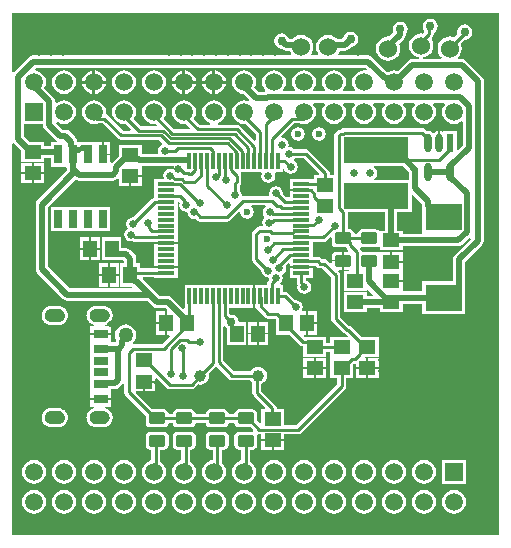
<source format=gtl>
G04*
G04 #@! TF.GenerationSoftware,Altium Limited,Altium Designer,22.0.2 (36)*
G04*
G04 Layer_Physical_Order=1*
G04 Layer_Color=255*
%FSLAX25Y25*%
%MOIN*%
G70*
G04*
G04 #@! TF.SameCoordinates,5F5B6C63-6FB6-4E28-9BE5-C2605847C7C1*
G04*
G04*
G04 #@! TF.FilePolarity,Positive*
G04*
G01*
G75*
%ADD14C,0.01000*%
%ADD15R,0.04724X0.02756*%
%ADD16R,0.04724X0.02992*%
%ADD17R,0.04724X0.03150*%
%ADD18C,0.06000*%
%ADD19R,0.02410X0.06062*%
G04:AMPARAMS|DCode=20|XSize=60.62mil|YSize=24.1mil|CornerRadius=12.05mil|HoleSize=0mil|Usage=FLASHONLY|Rotation=270.000|XOffset=0mil|YOffset=0mil|HoleType=Round|Shape=RoundedRectangle|*
%AMROUNDEDRECTD20*
21,1,0.06062,0.00000,0,0,270.0*
21,1,0.03652,0.02410,0,0,270.0*
1,1,0.02410,0.00000,-0.01826*
1,1,0.02410,0.00000,0.01826*
1,1,0.02410,0.00000,0.01826*
1,1,0.02410,0.00000,-0.01826*
%
%ADD20ROUNDEDRECTD20*%
G04:AMPARAMS|DCode=21|XSize=39.37mil|YSize=55.91mil|CornerRadius=4.92mil|HoleSize=0mil|Usage=FLASHONLY|Rotation=90.000|XOffset=0mil|YOffset=0mil|HoleType=Round|Shape=RoundedRectangle|*
%AMROUNDEDRECTD21*
21,1,0.03937,0.04606,0,0,90.0*
21,1,0.02953,0.05591,0,0,90.0*
1,1,0.00984,0.02303,0.01476*
1,1,0.00984,0.02303,-0.01476*
1,1,0.00984,-0.02303,-0.01476*
1,1,0.00984,-0.02303,0.01476*
%
%ADD21ROUNDEDRECTD21*%
%ADD22R,0.21700X0.08500*%
%ADD23R,0.05787X0.04724*%
%ADD24R,0.12284X0.09016*%
%ADD25R,0.04528X0.05709*%
%ADD26R,0.05709X0.04528*%
%ADD27R,0.01181X0.05807*%
%ADD28R,0.05807X0.01181*%
%ADD29R,0.02756X0.06004*%
%ADD46C,0.02000*%
%ADD47C,0.01968*%
%ADD48O,0.06299X0.03150*%
%ADD49C,0.05906*%
%ADD50R,0.05906X0.05906*%
%ADD51C,0.03965*%
%ADD52C,0.02500*%
%ADD53C,0.03000*%
%ADD54C,0.01968*%
%ADD55C,0.02362*%
%ADD56C,0.05000*%
G36*
X163971Y1364D02*
X1675D01*
Y131728D01*
X2175Y131894D01*
X4646Y129423D01*
Y125779D01*
X12354D01*
Y127004D01*
X14622D01*
Y124175D01*
X19378D01*
Y124175D01*
X19461D01*
X19961Y123816D01*
Y122845D01*
X10058Y112942D01*
X9616Y112280D01*
X9461Y111500D01*
Y90075D01*
X9616Y89295D01*
X10058Y88633D01*
X18633Y80058D01*
X19295Y79616D01*
X20075Y79461D01*
X46500D01*
X46666Y79494D01*
X48601Y77558D01*
X49263Y77116D01*
X50043Y76961D01*
X52789D01*
X53434Y76316D01*
X53252Y75877D01*
Y72000D01*
Y68146D01*
X53963D01*
X54155Y67684D01*
X51500Y65029D01*
X42199D01*
X42035Y65413D01*
X42016Y65529D01*
X42557Y66235D01*
X42910Y67086D01*
X43030Y68000D01*
X42910Y68914D01*
X42557Y69765D01*
X41996Y70496D01*
X41265Y71057D01*
X40414Y71410D01*
X39500Y71530D01*
X38586Y71410D01*
X37735Y71057D01*
X37004Y70496D01*
X36443Y69765D01*
X36090Y68914D01*
X35970Y68000D01*
X36090Y67086D01*
X36386Y66372D01*
X36322Y66049D01*
Y65523D01*
X34488D01*
Y68032D01*
X31126D01*
X27764D01*
Y65752D01*
Y60988D01*
Y57091D01*
Y53154D01*
Y49020D01*
Y46968D01*
X31126D01*
X34488D01*
Y49961D01*
X35828D01*
X36609Y50116D01*
X37270Y50558D01*
X38442Y51730D01*
X38442Y51730D01*
X38471Y51773D01*
X38971Y51621D01*
Y48854D01*
X39087Y48269D01*
X39419Y47773D01*
X46176Y41016D01*
Y38705D01*
X46291Y38122D01*
X46621Y37629D01*
X47115Y37299D01*
X47697Y37183D01*
X52303D01*
X52885Y37299D01*
X53379Y37629D01*
X53709Y38122D01*
X53814Y38652D01*
X55186D01*
X55291Y38122D01*
X55621Y37629D01*
X56115Y37299D01*
X56697Y37183D01*
X61303D01*
X61885Y37299D01*
X62379Y37629D01*
X62709Y38122D01*
X62814Y38652D01*
X66186D01*
X66291Y38122D01*
X66621Y37629D01*
X67115Y37299D01*
X67697Y37183D01*
X72303D01*
X72885Y37299D01*
X73379Y37629D01*
X73709Y38122D01*
X73814Y38652D01*
X75686D01*
X75791Y38122D01*
X76121Y37629D01*
X76615Y37299D01*
X77197Y37183D01*
X81162D01*
X82072Y36273D01*
X81826Y35812D01*
X81803Y35817D01*
X77197D01*
X76615Y35701D01*
X76121Y35371D01*
X75791Y34877D01*
X75675Y34295D01*
Y31343D01*
X75791Y30760D01*
X76121Y30267D01*
X76615Y29937D01*
X77197Y29821D01*
X77971D01*
Y26241D01*
X77909Y26233D01*
X76947Y25835D01*
X76122Y25201D01*
X75488Y24375D01*
X75090Y23414D01*
X74954Y22382D01*
X75090Y21350D01*
X75488Y20389D01*
X76122Y19563D01*
X76947Y18929D01*
X77909Y18531D01*
X78941Y18395D01*
X79973Y18531D01*
X80934Y18929D01*
X81760Y19563D01*
X82394Y20389D01*
X82792Y21350D01*
X82928Y22382D01*
X82792Y23414D01*
X82394Y24375D01*
X81760Y25201D01*
X81029Y25762D01*
Y29821D01*
X81803D01*
X82385Y29937D01*
X82879Y30267D01*
X83209Y30760D01*
X83324Y31343D01*
Y34295D01*
X83255Y34643D01*
X83655Y35041D01*
X84008Y34971D01*
X84646D01*
Y33252D01*
X88500D01*
X92354D01*
Y34971D01*
X97000D01*
X97585Y35087D01*
X98081Y35419D01*
X112581Y49919D01*
X112913Y50415D01*
X113029Y51000D01*
Y53752D01*
X115394D01*
Y58314D01*
X115459Y58378D01*
X115908D01*
X116146Y58183D01*
Y57209D01*
X119705D01*
Y60177D01*
X119529D01*
X119270Y60677D01*
X119312Y60736D01*
X123854D01*
Y67264D01*
X118308D01*
X114859Y70713D01*
X114363Y71045D01*
X114057Y71106D01*
X111029Y74133D01*
Y88000D01*
X110913Y88585D01*
X110581Y89081D01*
X110304Y89359D01*
X110495Y89821D01*
X111705D01*
Y92524D01*
X108176D01*
Y92141D01*
X107714Y91949D01*
X106759Y92904D01*
X106263Y93235D01*
X105678Y93352D01*
X104990D01*
X104678Y93664D01*
X104182Y93996D01*
X103597Y94112D01*
X101994D01*
Y99018D01*
X105434D01*
X106020Y99134D01*
X106516Y99466D01*
X107714Y100664D01*
X108176Y100472D01*
Y98705D01*
X108291Y98123D01*
X108621Y97629D01*
X109115Y97299D01*
X109697Y97183D01*
X112961D01*
X113214Y96804D01*
X113740Y96279D01*
X113548Y95817D01*
X112295D01*
Y92819D01*
Y89821D01*
X114002D01*
X114359Y89352D01*
X114361Y89339D01*
X114349Y89307D01*
X112146D01*
Y82780D01*
X119854D01*
Y82975D01*
X120316Y83166D01*
X122025Y81458D01*
X121833Y80996D01*
X119854D01*
Y82221D01*
X112146D01*
Y75693D01*
X119854D01*
Y76917D01*
X124146D01*
Y75693D01*
X131854D01*
Y78457D01*
X138358D01*
Y74988D01*
X152642D01*
Y83807D01*
X152681Y84004D01*
Y92474D01*
X158265Y98058D01*
X158265Y98058D01*
X158707Y98720D01*
X158862Y99500D01*
X158862Y99500D01*
Y100181D01*
X158868Y100191D01*
X159023Y100971D01*
Y152516D01*
X158868Y153296D01*
X158426Y153958D01*
X152942Y159442D01*
X152280Y159884D01*
X151500Y160039D01*
X150338D01*
X150178Y160513D01*
X150353Y160647D01*
X150994Y161483D01*
X151397Y162456D01*
X151534Y163500D01*
X151397Y164544D01*
X151122Y165209D01*
X152386Y166474D01*
X152500Y166451D01*
X153475Y166645D01*
X154302Y167198D01*
X154855Y168025D01*
X155049Y169000D01*
X154855Y169975D01*
X154302Y170802D01*
X153475Y171355D01*
X152500Y171549D01*
X151524Y171355D01*
X150698Y170802D01*
X150145Y169975D01*
X149951Y169000D01*
X150057Y168469D01*
X148855Y167268D01*
X148544Y167397D01*
X147500Y167534D01*
X146456Y167397D01*
X145483Y166994D01*
X144647Y166353D01*
X144006Y165517D01*
X143603Y164544D01*
X143465Y163500D01*
X143603Y162456D01*
X144006Y161483D01*
X144647Y160647D01*
X144823Y160513D01*
X144662Y160039D01*
X138593D01*
X138560Y160539D01*
X139044Y160603D01*
X140017Y161006D01*
X140853Y161647D01*
X141494Y162483D01*
X141897Y163456D01*
X142034Y164500D01*
X141897Y165544D01*
X141494Y166517D01*
X141323Y166740D01*
X141723Y167141D01*
X142055Y167637D01*
X142171Y168222D01*
Y168614D01*
X142827Y169053D01*
X143379Y169879D01*
X143573Y170855D01*
X143379Y171830D01*
X142827Y172657D01*
X142000Y173210D01*
X141024Y173404D01*
X140049Y173210D01*
X139222Y172657D01*
X138670Y171830D01*
X138476Y170855D01*
X138670Y169879D01*
X139112Y169217D01*
Y168856D01*
X138699Y168442D01*
X138000Y168535D01*
X136956Y168397D01*
X135983Y167994D01*
X135147Y167353D01*
X134506Y166517D01*
X134103Y165544D01*
X133966Y164500D01*
X134103Y163456D01*
X134506Y162483D01*
X135147Y161647D01*
X135983Y161006D01*
X136956Y160603D01*
X137440Y160539D01*
X137407Y160039D01*
X134943D01*
X134163Y159884D01*
X133501Y159442D01*
X130143Y156084D01*
X129973Y156154D01*
X128941Y156290D01*
X127909Y156154D01*
X126947Y155756D01*
X126786Y155632D01*
X126743Y155640D01*
X121780Y160603D01*
X121119Y161046D01*
X120338Y161201D01*
X117922D01*
X117922Y161201D01*
X110459D01*
X110238Y161649D01*
X110494Y161983D01*
X110802Y162726D01*
X112495D01*
X113275Y162881D01*
X113937Y163323D01*
X114674Y164061D01*
X115475Y164220D01*
X116302Y164773D01*
X116855Y165600D01*
X117049Y166575D01*
X116855Y167551D01*
X116302Y168378D01*
X115475Y168930D01*
X114500Y169124D01*
X113524Y168930D01*
X112698Y168378D01*
X112145Y167551D01*
X112083Y167237D01*
X111650Y166805D01*
X109890D01*
X109853Y166853D01*
X109017Y167494D01*
X108044Y167897D01*
X107000Y168035D01*
X105956Y167897D01*
X104983Y167494D01*
X104147Y166853D01*
X103506Y166017D01*
X103103Y165044D01*
X102965Y164000D01*
X103103Y162956D01*
X103506Y161983D01*
X103762Y161649D01*
X103541Y161201D01*
X101459D01*
X101238Y161649D01*
X101494Y161983D01*
X101897Y162956D01*
X102034Y164000D01*
X101897Y165044D01*
X101494Y166017D01*
X100853Y166853D01*
X100017Y167494D01*
X99044Y167897D01*
X98000Y168035D01*
X96956Y167897D01*
X95983Y167494D01*
X95147Y166853D01*
X95110Y166805D01*
X93889D01*
X93855Y166975D01*
X93302Y167802D01*
X92475Y168355D01*
X91500Y168549D01*
X90525Y168355D01*
X89698Y167802D01*
X89145Y166975D01*
X88951Y166000D01*
X89145Y165024D01*
X89698Y164198D01*
X90525Y163645D01*
X91420Y163467D01*
X91563Y163323D01*
X91563Y163323D01*
X92225Y162881D01*
X93005Y162726D01*
X94198D01*
X94506Y161983D01*
X94762Y161649D01*
X94541Y161201D01*
X8657D01*
X7877Y161046D01*
X7215Y160603D01*
X2175Y155563D01*
X1675Y155729D01*
Y175471D01*
X163971D01*
Y1364D01*
D02*
G37*
G36*
X119955Y156661D02*
X119722Y156187D01*
X118941Y156290D01*
X117909Y156154D01*
X116947Y155756D01*
X116122Y155122D01*
X115488Y154297D01*
X115090Y153335D01*
X114954Y152303D01*
X115090Y151271D01*
X115488Y150310D01*
X115908Y149763D01*
X115661Y149263D01*
X112221D01*
X111974Y149763D01*
X112394Y150310D01*
X112792Y151271D01*
X112928Y152303D01*
X112792Y153335D01*
X112394Y154297D01*
X111760Y155122D01*
X110934Y155756D01*
X109973Y156154D01*
X108941Y156290D01*
X107909Y156154D01*
X106948Y155756D01*
X106122Y155122D01*
X105488Y154297D01*
X105090Y153335D01*
X104954Y152303D01*
X105090Y151271D01*
X105488Y150310D01*
X105907Y149763D01*
X105661Y149263D01*
X102221D01*
X101974Y149763D01*
X102394Y150310D01*
X102792Y151271D01*
X102928Y152303D01*
X102792Y153335D01*
X102394Y154297D01*
X101760Y155122D01*
X100934Y155756D01*
X99973Y156154D01*
X98941Y156290D01*
X97909Y156154D01*
X96947Y155756D01*
X96122Y155122D01*
X95488Y154297D01*
X95090Y153335D01*
X94954Y152303D01*
X95090Y151271D01*
X95488Y150310D01*
X95907Y149763D01*
X95661Y149263D01*
X92221D01*
X91974Y149763D01*
X92394Y150310D01*
X92792Y151271D01*
X92928Y152303D01*
X92792Y153335D01*
X92394Y154297D01*
X91760Y155122D01*
X90934Y155756D01*
X89973Y156154D01*
X88941Y156290D01*
X87909Y156154D01*
X86948Y155756D01*
X86122Y155122D01*
X85488Y154297D01*
X85090Y153335D01*
X84954Y152303D01*
X85090Y151271D01*
X85488Y150310D01*
X86032Y149601D01*
X86050Y149502D01*
X86016Y149213D01*
X85901Y149023D01*
X83838D01*
X82440Y150421D01*
X82792Y151271D01*
X82928Y152303D01*
X82792Y153335D01*
X82394Y154297D01*
X81760Y155122D01*
X80934Y155756D01*
X79973Y156154D01*
X78941Y156290D01*
X77909Y156154D01*
X76947Y155756D01*
X76122Y155122D01*
X75488Y154297D01*
X75090Y153335D01*
X74954Y152303D01*
X75090Y151271D01*
X75488Y150310D01*
X76122Y149484D01*
X76947Y148850D01*
X77909Y148452D01*
X78805Y148334D01*
X80776Y146362D01*
X80493Y145939D01*
X79973Y146154D01*
X78941Y146290D01*
X77909Y146154D01*
X76947Y145756D01*
X76122Y145122D01*
X75488Y144297D01*
X75090Y143335D01*
X74954Y142303D01*
X75090Y141271D01*
X75488Y140310D01*
X76122Y139484D01*
X76947Y138850D01*
X77909Y138452D01*
X78941Y138316D01*
X79453Y138384D01*
X82829Y135008D01*
Y133024D01*
X82367Y132833D01*
X77571Y137629D01*
X77075Y137960D01*
X76489Y138077D01*
X70373D01*
X70273Y138577D01*
X70934Y138850D01*
X71760Y139484D01*
X72394Y140310D01*
X72792Y141271D01*
X72928Y142303D01*
X72792Y143335D01*
X72394Y144297D01*
X71760Y145122D01*
X70934Y145756D01*
X69973Y146154D01*
X68941Y146290D01*
X67909Y146154D01*
X66948Y145756D01*
X66122Y145122D01*
X65488Y144297D01*
X65090Y143335D01*
X64954Y142303D01*
X65090Y141271D01*
X65488Y140310D01*
X66122Y139484D01*
X66948Y138850D01*
X67608Y138577D01*
X67509Y138077D01*
X64086D01*
X62159Y140004D01*
X62394Y140310D01*
X62792Y141271D01*
X62928Y142303D01*
X62792Y143335D01*
X62394Y144297D01*
X61760Y145122D01*
X60934Y145756D01*
X59973Y146154D01*
X58941Y146290D01*
X57909Y146154D01*
X56947Y145756D01*
X56122Y145122D01*
X55488Y144297D01*
X55090Y143335D01*
X54954Y142303D01*
X55090Y141271D01*
X55488Y140310D01*
X56122Y139484D01*
X56947Y138850D01*
X57909Y138452D01*
X58941Y138316D01*
X59453Y138384D01*
X60799Y137039D01*
X60607Y136577D01*
X55718D01*
X52216Y140078D01*
X52394Y140310D01*
X52792Y141271D01*
X52928Y142303D01*
X52792Y143335D01*
X52394Y144297D01*
X51760Y145122D01*
X50934Y145756D01*
X49973Y146154D01*
X48941Y146290D01*
X47909Y146154D01*
X46948Y145756D01*
X46122Y145122D01*
X45488Y144297D01*
X45090Y143335D01*
X44954Y142303D01*
X45090Y141271D01*
X45488Y140310D01*
X46122Y139484D01*
X46948Y138850D01*
X47909Y138452D01*
X48941Y138316D01*
X49547Y138396D01*
X49852Y138056D01*
X49670Y137620D01*
X44542D01*
X42159Y140004D01*
X42394Y140310D01*
X42792Y141271D01*
X42928Y142303D01*
X42792Y143335D01*
X42394Y144297D01*
X41760Y145122D01*
X40934Y145756D01*
X39973Y146154D01*
X38941Y146290D01*
X37909Y146154D01*
X36948Y145756D01*
X36122Y145122D01*
X35488Y144297D01*
X35090Y143335D01*
X34954Y142303D01*
X35090Y141271D01*
X35488Y140310D01*
X36122Y139484D01*
X36948Y138850D01*
X37909Y138452D01*
X38941Y138316D01*
X39453Y138384D01*
X41255Y136583D01*
X41063Y136120D01*
X38542D01*
X33450Y141212D01*
X32954Y141544D01*
X32831Y141568D01*
X32928Y142303D01*
X32792Y143335D01*
X32394Y144297D01*
X31760Y145122D01*
X30934Y145756D01*
X29973Y146154D01*
X28941Y146290D01*
X27909Y146154D01*
X26948Y145756D01*
X26122Y145122D01*
X25488Y144297D01*
X25090Y143335D01*
X24954Y142303D01*
X25090Y141271D01*
X25488Y140310D01*
X26122Y139484D01*
X26948Y138850D01*
X27909Y138452D01*
X28941Y138316D01*
X29973Y138452D01*
X30334Y138602D01*
X31736D01*
X36827Y133510D01*
X37324Y133178D01*
X37909Y133062D01*
X50664D01*
X51634Y132093D01*
X51489Y131530D01*
X50878Y131122D01*
X50380Y130378D01*
X50206Y129500D01*
X50347Y128789D01*
X50047Y128289D01*
X45087D01*
X44854Y128445D01*
Y131307D01*
X37146D01*
Y127663D01*
X34878Y125396D01*
X34867Y125396D01*
X34378Y125549D01*
Y127882D01*
X32000D01*
Y128177D01*
X31705D01*
Y132179D01*
X29622D01*
Y132179D01*
X29378D01*
Y132179D01*
X26819D01*
X26622Y132218D01*
X24998D01*
X24872Y132193D01*
X24378Y132179D01*
X24378Y132179D01*
X23351D01*
Y132489D01*
X23196Y133270D01*
X22754Y133931D01*
X20821Y135864D01*
X20159Y136306D01*
X19379Y136461D01*
X18423D01*
X16324Y138560D01*
X16344Y138683D01*
X16887Y138897D01*
X16948Y138850D01*
X17909Y138452D01*
X18941Y138316D01*
X19973Y138452D01*
X20934Y138850D01*
X21760Y139484D01*
X22394Y140310D01*
X22792Y141271D01*
X22928Y142303D01*
X22792Y143335D01*
X22394Y144297D01*
X21760Y145122D01*
X20934Y145756D01*
X19973Y146154D01*
X18941Y146290D01*
X17909Y146154D01*
X16948Y145756D01*
X16492Y145406D01*
X15992Y145653D01*
Y146047D01*
X15837Y146828D01*
X15395Y147489D01*
X12447Y150437D01*
X12792Y151271D01*
X12928Y152303D01*
X12792Y153335D01*
X12394Y154297D01*
X11760Y155122D01*
X10934Y155756D01*
X9973Y156154D01*
X9326Y156239D01*
X9147Y156767D01*
X9502Y157122D01*
X117922D01*
X117922Y157123D01*
X119494D01*
X119955Y156661D01*
D02*
G37*
G36*
X145811Y144717D02*
X145488Y144297D01*
X145090Y143335D01*
X144954Y142303D01*
X145090Y141271D01*
X145488Y140310D01*
X146122Y139484D01*
X146948Y138850D01*
X147909Y138452D01*
X148941Y138316D01*
X149973Y138452D01*
X150934Y138850D01*
X151414Y139218D01*
X151914Y138972D01*
Y131290D01*
X150407Y129783D01*
X149945Y129974D01*
Y136031D01*
X145535D01*
Y135982D01*
X145094Y135747D01*
X144860Y135903D01*
X144295Y136015D01*
Y132000D01*
X143705D01*
Y136015D01*
X143140Y135903D01*
X142438Y135434D01*
X142297Y135370D01*
X141962D01*
X141822Y135434D01*
X141120Y135903D01*
X140260Y136074D01*
X139871Y135997D01*
X139286Y136581D01*
X138789Y136913D01*
X138204Y137029D01*
X112500D01*
X111915Y136913D01*
X111419Y136581D01*
X111281Y136444D01*
X111086D01*
X110501Y136327D01*
X110004Y135996D01*
X109419Y135410D01*
X109087Y134914D01*
X108971Y134328D01*
Y121307D01*
X107529D01*
Y122000D01*
X107413Y122585D01*
X107081Y123081D01*
X100685Y129478D01*
X100189Y129809D01*
X99604Y129926D01*
X95788D01*
X95726Y130019D01*
X94981Y130516D01*
X94104Y130691D01*
X93719Y131124D01*
X93794Y131500D01*
X93619Y132378D01*
X93122Y133122D01*
X92378Y133619D01*
X91500Y133794D01*
X91471Y133788D01*
X91235Y134229D01*
X95538Y138532D01*
X97716D01*
X97909Y138452D01*
X98941Y138316D01*
X99973Y138452D01*
X100934Y138850D01*
X101760Y139484D01*
X102394Y140310D01*
X102792Y141271D01*
X102928Y142303D01*
X102792Y143335D01*
X102394Y144297D01*
X102071Y144717D01*
X102318Y145217D01*
X105564D01*
X105811Y144717D01*
X105488Y144297D01*
X105090Y143335D01*
X104954Y142303D01*
X105090Y141271D01*
X105488Y140310D01*
X106122Y139484D01*
X106948Y138850D01*
X107909Y138452D01*
X108941Y138316D01*
X109973Y138452D01*
X110934Y138850D01*
X111760Y139484D01*
X112394Y140310D01*
X112792Y141271D01*
X112928Y142303D01*
X112792Y143335D01*
X112394Y144297D01*
X112071Y144717D01*
X112318Y145217D01*
X115564D01*
X115811Y144717D01*
X115488Y144297D01*
X115090Y143335D01*
X114954Y142303D01*
X115090Y141271D01*
X115488Y140310D01*
X116122Y139484D01*
X116947Y138850D01*
X117909Y138452D01*
X118941Y138316D01*
X119973Y138452D01*
X120934Y138850D01*
X121760Y139484D01*
X122394Y140310D01*
X122792Y141271D01*
X122928Y142303D01*
X122792Y143335D01*
X122394Y144297D01*
X122071Y144717D01*
X122318Y145217D01*
X125564D01*
X125811Y144717D01*
X125488Y144297D01*
X125090Y143335D01*
X124954Y142303D01*
X125090Y141271D01*
X125488Y140310D01*
X126122Y139484D01*
X126947Y138850D01*
X127909Y138452D01*
X128941Y138316D01*
X129973Y138452D01*
X130934Y138850D01*
X131760Y139484D01*
X132394Y140310D01*
X132792Y141271D01*
X132928Y142303D01*
X132792Y143335D01*
X132394Y144297D01*
X132071Y144717D01*
X132318Y145217D01*
X135564D01*
X135811Y144717D01*
X135488Y144297D01*
X135090Y143335D01*
X134954Y142303D01*
X135090Y141271D01*
X135488Y140310D01*
X136122Y139484D01*
X136948Y138850D01*
X137909Y138452D01*
X138941Y138316D01*
X139973Y138452D01*
X140934Y138850D01*
X141760Y139484D01*
X142394Y140310D01*
X142792Y141271D01*
X142928Y142303D01*
X142792Y143335D01*
X142394Y144297D01*
X142071Y144717D01*
X142318Y145217D01*
X145564D01*
X145811Y144717D01*
D02*
G37*
G36*
X11914Y138047D02*
X12069Y137267D01*
X12511Y136605D01*
X16136Y132980D01*
X16136Y132980D01*
X16587Y132679D01*
X16435Y132179D01*
X14622D01*
Y131082D01*
X12354D01*
Y132307D01*
X7530D01*
X5539Y134297D01*
Y138350D01*
X11914D01*
Y138047D01*
D02*
G37*
G36*
X133977Y122362D02*
Y119650D01*
X126461D01*
X126266Y119689D01*
X126070Y119650D01*
X122433D01*
X122281Y120150D01*
X122622Y120378D01*
X123119Y121122D01*
X123294Y122000D01*
X123119Y122878D01*
X122622Y123622D01*
X122281Y123850D01*
X122433Y124350D01*
X127352D01*
X127500Y124321D01*
X127648Y124350D01*
X131989D01*
X133977Y122362D01*
D02*
G37*
G36*
X55771Y123961D02*
X55687Y123835D01*
X55630Y123547D01*
X55243Y123248D01*
X55099Y123246D01*
X54335Y123398D01*
X53457Y123224D01*
X52713Y122727D01*
X52215Y121982D01*
X52041Y121104D01*
X52190Y120354D01*
X51908Y119854D01*
X49006D01*
Y116673D01*
Y113745D01*
X48682Y113681D01*
X48186Y113349D01*
X42109Y107272D01*
X42000Y107294D01*
X41122Y107120D01*
X40378Y106622D01*
X39880Y105878D01*
X39706Y105000D01*
X39880Y104122D01*
X40278Y103527D01*
X39671Y103122D01*
X39174Y102378D01*
X38999Y101500D01*
X39174Y100622D01*
X39671Y99878D01*
X40415Y99381D01*
X41293Y99206D01*
X41789Y99304D01*
X42044Y99134D01*
X42629Y99018D01*
X46825D01*
X49006D01*
Y98874D01*
X52909D01*
X56813D01*
Y100925D01*
Y104862D01*
Y108799D01*
Y112225D01*
X57268Y112416D01*
X57581Y112130D01*
X57430Y111372D01*
X57605Y110494D01*
X58102Y109750D01*
X58846Y109253D01*
X59621Y109099D01*
X59773Y109026D01*
X60132Y108649D01*
X60261Y108000D01*
X60758Y107256D01*
X61503Y106758D01*
X62381Y106584D01*
X62828Y106673D01*
X63264Y106238D01*
X63760Y105906D01*
X64345Y105790D01*
X73250D01*
X73835Y105906D01*
X74331Y106238D01*
X77333Y109239D01*
X77546Y109126D01*
X77776Y108975D01*
X77939Y108155D01*
X78421Y107433D01*
X79143Y106951D01*
X79994Y106782D01*
X80845Y106951D01*
X81567Y107433D01*
X82049Y108155D01*
X82218Y109006D01*
X82049Y109857D01*
X81567Y110579D01*
X81354Y110721D01*
X81506Y111221D01*
X86017D01*
X86169Y110721D01*
X85907Y110545D01*
X85409Y109801D01*
X85235Y108923D01*
X85409Y108045D01*
X85681Y107638D01*
X85669Y107053D01*
X85172Y106309D01*
X84997Y105431D01*
X85141Y104710D01*
X84846Y104210D01*
X84129D01*
X83544Y104094D01*
X83048Y103762D01*
X81919Y102633D01*
X81587Y102137D01*
X81471Y101552D01*
Y93500D01*
X81587Y92915D01*
X81919Y92419D01*
X84728Y89609D01*
X84706Y89500D01*
X84881Y88622D01*
X85378Y87878D01*
X86122Y87381D01*
X86747Y87256D01*
X87190Y87009D01*
X87270Y86527D01*
X87214Y86471D01*
X86882Y85975D01*
X86766Y85389D01*
Y84813D01*
X82685D01*
Y80909D01*
Y77006D01*
X83028D01*
X83036Y76966D01*
X83367Y76470D01*
X85919Y73919D01*
X86415Y73587D01*
X87000Y73471D01*
X89323D01*
X89521Y73273D01*
X89693Y73158D01*
Y68146D01*
X94058D01*
X97478Y64726D01*
X97974Y64394D01*
X98559Y64278D01*
X98646D01*
Y60780D01*
X106354D01*
Y62356D01*
X107606D01*
Y60524D01*
X107606Y60524D01*
Y60476D01*
X107606D01*
X107606Y60024D01*
Y53752D01*
X109971D01*
Y51634D01*
X96367Y38029D01*
X92354D01*
Y43307D01*
X89808D01*
Y43721D01*
X89692Y44307D01*
X89360Y44803D01*
X84742Y49421D01*
Y51742D01*
X85110Y51895D01*
X85733Y52373D01*
X86211Y52996D01*
X86512Y53721D01*
X86614Y54500D01*
X86512Y55278D01*
X86211Y56004D01*
X85733Y56627D01*
X85110Y57105D01*
X84385Y57406D01*
X83606Y57508D01*
X82828Y57406D01*
X82102Y57105D01*
X81479Y56627D01*
X81021Y56029D01*
X75634D01*
X72108Y59555D01*
Y70788D01*
X72608Y70940D01*
X72898Y70506D01*
X73171Y70324D01*
Y70257D01*
X73193Y70145D01*
Y64646D01*
X79720D01*
Y72354D01*
X77240D01*
X77055Y73284D01*
X76503Y74111D01*
X75676Y74664D01*
X74700Y74858D01*
X74458Y74810D01*
X74077Y75148D01*
Y77006D01*
X82095D01*
Y80909D01*
Y84813D01*
X59146D01*
Y77079D01*
X58740Y76777D01*
X55076Y80442D01*
X54414Y80884D01*
X53634Y81039D01*
X50888D01*
X48464Y83464D01*
X48463Y83464D01*
X45182Y86745D01*
X45374Y87207D01*
X49006D01*
Y87146D01*
X56813D01*
Y89114D01*
Y90409D01*
X52909D01*
X49006D01*
Y90266D01*
X44307D01*
Y91854D01*
X43082D01*
Y93474D01*
X42927Y94254D01*
X42485Y94916D01*
X41018Y96383D01*
X40357Y96825D01*
X39577Y96980D01*
X38059D01*
Y100650D01*
X31532D01*
Y92941D01*
X35862D01*
X36059Y92902D01*
X38732D01*
X39004Y92629D01*
Y91854D01*
X37780D01*
Y84146D01*
X41677D01*
X41748Y84039D01*
X41481Y83539D01*
X20920D01*
X13539Y90920D01*
Y110655D01*
X22788Y119904D01*
X23220Y119616D01*
X24000Y119461D01*
X35146D01*
X35926Y119616D01*
X36588Y120058D01*
X36684Y120154D01*
X37146Y119963D01*
Y117693D01*
X40705D01*
Y120957D01*
X41000D01*
Y121252D01*
X44854D01*
Y124211D01*
X53846D01*
X54627Y124366D01*
X54768Y124461D01*
X55504D01*
X55771Y123961D01*
D02*
G37*
G36*
X104030Y121807D02*
X103823Y121307D01*
X102146D01*
Y120292D01*
X101994Y119854D01*
X94187D01*
Y116673D01*
Y116591D01*
X98091D01*
Y116000D01*
X94187D01*
Y113888D01*
X93089D01*
X91861Y115115D01*
X91883Y115224D01*
X91708Y116102D01*
X91211Y116847D01*
X90467Y117344D01*
X89589Y117518D01*
X88711Y117344D01*
X87967Y116847D01*
X87470Y116102D01*
X87295Y115224D01*
X87383Y114779D01*
X86973Y114279D01*
X78693D01*
X78638Y114281D01*
X78211Y114696D01*
X78064Y115433D01*
X77567Y116178D01*
X77474Y116240D01*
Y117882D01*
X77581Y117990D01*
X77913Y118486D01*
X78029Y119071D01*
Y121000D01*
X77913Y121585D01*
X77845Y121687D01*
X78112Y122187D01*
X84531D01*
X84843Y121687D01*
X84706Y121000D01*
X84881Y120122D01*
X85378Y119378D01*
X86122Y118880D01*
X87000Y118706D01*
X87878Y118880D01*
X88622Y119378D01*
X89119Y120122D01*
X89294Y121000D01*
X89157Y121687D01*
X89468Y122187D01*
X91854D01*
Y123205D01*
X92354Y123254D01*
X92381Y123122D01*
X92878Y122378D01*
X93622Y121880D01*
X94500Y121706D01*
X95378Y121880D01*
X96122Y122378D01*
X96619Y123122D01*
X96794Y124000D01*
X96619Y124878D01*
X96122Y125622D01*
X95512Y126030D01*
X95450Y126470D01*
X95478Y126608D01*
X95726Y126774D01*
X95788Y126867D01*
X98970D01*
X104030Y121807D01*
D02*
G37*
G36*
X125977Y102807D02*
X124146D01*
X124146Y102807D01*
X123672Y102871D01*
X123385Y103063D01*
X122803Y103179D01*
X118197D01*
X117615Y103063D01*
X117121Y102733D01*
X116791Y102240D01*
X116686Y101710D01*
X115814D01*
X115709Y102240D01*
X115379Y102733D01*
X114885Y103063D01*
X114303Y103179D01*
X113529D01*
Y108886D01*
X113746Y109150D01*
X125977D01*
Y102807D01*
D02*
G37*
G36*
X138319Y111823D02*
Y111028D01*
X138358Y110832D01*
Y101996D01*
X138358D01*
X138188Y101566D01*
X131854D01*
Y102807D01*
X130023D01*
Y109150D01*
X134850D01*
Y114639D01*
X135312Y114831D01*
X138319Y111823D01*
D02*
G37*
G36*
X154469Y100156D02*
X154490Y100051D01*
X149200Y94761D01*
X148758Y94099D01*
X148602Y93319D01*
Y86004D01*
X138358D01*
Y82535D01*
X132253D01*
X131854Y82780D01*
Y85748D01*
X128000D01*
Y86339D01*
X131854D01*
Y89193D01*
Y92161D01*
X128000D01*
Y92457D01*
X127705D01*
Y95720D01*
X124146D01*
Y95720D01*
X123646Y95527D01*
X123385Y95701D01*
X122803Y95817D01*
X118197D01*
X117913Y96266D01*
X117581Y96763D01*
X117540Y96804D01*
X117786Y97265D01*
X118197Y97183D01*
X122803D01*
X123385Y97299D01*
X123646Y97473D01*
X124146Y97206D01*
Y96280D01*
X131854D01*
Y97520D01*
X150288D01*
X151062Y97674D01*
X151719Y98113D01*
X153927Y100321D01*
X154469Y100156D01*
D02*
G37*
G36*
X94187Y91809D02*
Y91000D01*
X98091D01*
X101994D01*
Y91053D01*
X102963D01*
X103276Y90741D01*
X103772Y90409D01*
X104357Y90293D01*
X105044D01*
X107971Y87366D01*
Y73500D01*
X108087Y72915D01*
X108419Y72419D01*
X112287Y68550D01*
X112783Y68219D01*
X113088Y68158D01*
X113537Y67710D01*
X113345Y67248D01*
X107606D01*
Y65415D01*
X106354D01*
Y67307D01*
X100884D01*
X100736Y67336D01*
X99193D01*
X98845Y67684D01*
X99037Y68146D01*
X99748D01*
Y72000D01*
Y75854D01*
X98461D01*
X98226Y76295D01*
X98314Y76428D01*
X98489Y77306D01*
X98314Y78183D01*
X97817Y78928D01*
X97072Y79425D01*
X96194Y79599D01*
X96085Y79578D01*
X93672Y81991D01*
X93176Y82322D01*
X92590Y82439D01*
X91854D01*
Y84813D01*
X91177D01*
X91025Y85313D01*
X91122Y85378D01*
X91619Y86122D01*
X91794Y87000D01*
X91619Y87878D01*
X91526Y88018D01*
X91586Y88165D01*
X92331Y88663D01*
X92828Y89407D01*
X93003Y90285D01*
X92838Y91114D01*
X93725Y92001D01*
X94187Y91809D01*
D02*
G37*
G36*
X73919Y53419D02*
X74415Y53087D01*
X75000Y52971D01*
X81021D01*
X81479Y52373D01*
X81683Y52217D01*
Y48787D01*
X81800Y48202D01*
X82131Y47706D01*
X86068Y43769D01*
X85877Y43307D01*
X84646D01*
Y38732D01*
X84146Y38525D01*
X83324Y39346D01*
Y41658D01*
X83209Y42240D01*
X82879Y42733D01*
X82385Y43063D01*
X81803Y43179D01*
X77197D01*
X76615Y43063D01*
X76121Y42733D01*
X75791Y42240D01*
X75686Y41710D01*
X73814D01*
X73709Y42240D01*
X73379Y42733D01*
X72885Y43063D01*
X72303Y43179D01*
X67697D01*
X67115Y43063D01*
X66621Y42733D01*
X66291Y42240D01*
X66186Y41710D01*
X62814D01*
X62709Y42240D01*
X62379Y42733D01*
X61885Y43063D01*
X61303Y43179D01*
X56697D01*
X56115Y43063D01*
X55621Y42733D01*
X55291Y42240D01*
X55186Y41710D01*
X53814D01*
X53709Y42240D01*
X53379Y42733D01*
X52885Y43063D01*
X52303Y43179D01*
X48338D01*
X42786Y48731D01*
X42978Y49193D01*
X45205D01*
Y52457D01*
X45500D01*
Y52752D01*
X49354D01*
Y53463D01*
X49816Y53655D01*
X53052Y50419D01*
X53549Y50087D01*
X54134Y49971D01*
X61500D01*
X62085Y50087D01*
X62581Y50419D01*
X63741Y51578D01*
X64394Y51492D01*
X65172Y51595D01*
X65898Y51895D01*
X66521Y52373D01*
X66999Y52996D01*
X67299Y53721D01*
X67402Y54500D01*
X67303Y55247D01*
X69343Y57287D01*
X70048Y57289D01*
X73919Y53419D01*
D02*
G37*
%LPC*%
G36*
X131025Y172404D02*
X130049Y172210D01*
X129222Y171657D01*
X128670Y170830D01*
X128476Y169855D01*
X128670Y168879D01*
X128673Y168875D01*
X127293Y167496D01*
X127000Y167534D01*
X125956Y167397D01*
X124983Y166994D01*
X124147Y166353D01*
X123506Y165517D01*
X123103Y164544D01*
X122966Y163500D01*
X123103Y162456D01*
X123506Y161483D01*
X124147Y160647D01*
X124983Y160006D01*
X125956Y159603D01*
X127000Y159466D01*
X128044Y159603D01*
X129017Y160006D01*
X129853Y160647D01*
X130494Y161483D01*
X130897Y162456D01*
X131035Y163500D01*
X130897Y164544D01*
X130666Y165101D01*
X132275Y166710D01*
X132717Y167372D01*
X132863Y168107D01*
X133379Y168879D01*
X133573Y169855D01*
X133379Y170830D01*
X132827Y171657D01*
X132000Y172210D01*
X131025Y172404D01*
D02*
G37*
G36*
X12354Y125221D02*
X8795D01*
Y122252D01*
X12354D01*
Y125221D01*
D02*
G37*
G36*
X8205D02*
X4646D01*
Y122252D01*
X8205D01*
Y125221D01*
D02*
G37*
G36*
X12354Y121661D02*
X8795D01*
Y118693D01*
X12354D01*
Y121661D01*
D02*
G37*
G36*
X8205D02*
X4646D01*
Y118693D01*
X8205D01*
Y121661D01*
D02*
G37*
G36*
X111705Y95817D02*
X109697D01*
X109115Y95701D01*
X108621Y95371D01*
X108291Y94877D01*
X108176Y94295D01*
Y93114D01*
X111705D01*
Y95817D01*
D02*
G37*
G36*
X31992Y77693D02*
X29630D01*
X29612Y77689D01*
X29595Y77692D01*
X29481Y77688D01*
X29462Y77684D01*
X29443Y77686D01*
X29333Y77678D01*
X29300Y77669D01*
X29266Y77671D01*
X29152Y77656D01*
X29133Y77649D01*
X29112Y77649D01*
X29002Y77630D01*
X28969Y77617D01*
X28934Y77615D01*
X28824Y77588D01*
X28808Y77580D01*
X28791Y77579D01*
X28681Y77547D01*
X28645Y77529D01*
X28607Y77523D01*
X28500Y77484D01*
X28486Y77475D01*
X28470Y77472D01*
X28363Y77429D01*
X28344Y77416D01*
X28321Y77410D01*
X28218Y77363D01*
X28186Y77339D01*
X28148Y77327D01*
X28049Y77271D01*
X28037Y77261D01*
X28023Y77256D01*
X27924Y77197D01*
X27898Y77174D01*
X27867Y77160D01*
X27776Y77097D01*
X27756Y77076D01*
X27730Y77063D01*
X27639Y76992D01*
X27632Y76983D01*
X27622Y76978D01*
X27536Y76907D01*
X27511Y76877D01*
X27478Y76856D01*
X27395Y76778D01*
X27381Y76757D01*
X27360Y76743D01*
X27281Y76660D01*
X27261Y76627D01*
X27231Y76602D01*
X27160Y76516D01*
X27154Y76506D01*
X27146Y76499D01*
X27075Y76408D01*
X27062Y76382D01*
X27041Y76362D01*
X26978Y76271D01*
X26964Y76239D01*
X26941Y76214D01*
X26882Y76115D01*
X26876Y76100D01*
X26866Y76089D01*
X26811Y75990D01*
X26799Y75952D01*
X26775Y75919D01*
X26728Y75817D01*
X26722Y75794D01*
X26709Y75774D01*
X26666Y75668D01*
X26663Y75652D01*
X26654Y75638D01*
X26615Y75531D01*
X26608Y75492D01*
X26590Y75457D01*
X26559Y75347D01*
X26558Y75330D01*
X26550Y75314D01*
X26523Y75204D01*
X26521Y75169D01*
X26508Y75136D01*
X26488Y75026D01*
X26489Y75005D01*
X26482Y74986D01*
X26466Y74872D01*
X26468Y74838D01*
X26459Y74805D01*
X26452Y74695D01*
X26454Y74676D01*
X26449Y74657D01*
X26446Y74543D01*
X26451Y74508D01*
X26446Y74473D01*
X26449Y74359D01*
X26454Y74340D01*
X26452Y74321D01*
X26459Y74211D01*
X26468Y74178D01*
X26466Y74144D01*
X26482Y74030D01*
X26489Y74011D01*
X26488Y73990D01*
X26508Y73880D01*
X26521Y73847D01*
X26523Y73812D01*
X26550Y73702D01*
X26558Y73686D01*
X26559Y73669D01*
X26590Y73558D01*
X26608Y73523D01*
X26615Y73484D01*
X26654Y73378D01*
X26663Y73364D01*
X26666Y73348D01*
X26709Y73241D01*
X26722Y73222D01*
X26728Y73199D01*
X26775Y73096D01*
X26799Y73064D01*
X26811Y73025D01*
X26866Y72927D01*
X26876Y72915D01*
X26882Y72901D01*
X26941Y72802D01*
X26964Y72777D01*
X26978Y72745D01*
X27041Y72654D01*
X27062Y72634D01*
X27075Y72608D01*
X27146Y72517D01*
X27154Y72510D01*
X27160Y72500D01*
X27231Y72413D01*
X27261Y72389D01*
X27281Y72356D01*
X27360Y72273D01*
X27381Y72259D01*
X27395Y72238D01*
X27478Y72159D01*
X27511Y72139D01*
X27536Y72109D01*
X27622Y72038D01*
X27632Y72032D01*
X27639Y72024D01*
X27730Y71953D01*
X27756Y71940D01*
X27776Y71919D01*
X27867Y71856D01*
X27898Y71842D01*
X27924Y71819D01*
X28023Y71760D01*
X28037Y71754D01*
X28049Y71744D01*
X28148Y71689D01*
X28186Y71677D01*
X28218Y71653D01*
X28321Y71606D01*
X28344Y71600D01*
X28363Y71587D01*
X28470Y71544D01*
X28486Y71541D01*
X28500Y71532D01*
X28607Y71493D01*
X28646Y71487D01*
X28681Y71469D01*
X28791Y71437D01*
X28808Y71436D01*
X28824Y71428D01*
X28934Y71401D01*
X28911Y70945D01*
X28902Y70902D01*
X27764D01*
Y68622D01*
X31126D01*
X34488D01*
Y70902D01*
X32720D01*
X32711Y70945D01*
X32688Y71401D01*
X32798Y71428D01*
X32814Y71436D01*
X32831Y71437D01*
X32942Y71469D01*
X32977Y71487D01*
X33015Y71493D01*
X33122Y71532D01*
X33136Y71541D01*
X33152Y71544D01*
X33259Y71587D01*
X33278Y71600D01*
X33301Y71606D01*
X33404Y71653D01*
X33436Y71677D01*
X33475Y71689D01*
X33573Y71744D01*
X33585Y71754D01*
X33599Y71759D01*
X33698Y71819D01*
X33724Y71842D01*
X33755Y71856D01*
X33846Y71919D01*
X33866Y71940D01*
X33892Y71953D01*
X33983Y72024D01*
X33990Y72032D01*
X34000Y72038D01*
X34087Y72109D01*
X34111Y72139D01*
X34144Y72159D01*
X34227Y72238D01*
X34241Y72259D01*
X34262Y72273D01*
X34341Y72356D01*
X34361Y72389D01*
X34391Y72413D01*
X34462Y72500D01*
X34468Y72510D01*
X34476Y72517D01*
X34547Y72608D01*
X34560Y72634D01*
X34581Y72654D01*
X34644Y72745D01*
X34658Y72776D01*
X34681Y72802D01*
X34740Y72901D01*
X34746Y72915D01*
X34756Y72927D01*
X34811Y73025D01*
X34823Y73064D01*
X34847Y73096D01*
X34894Y73199D01*
X34900Y73222D01*
X34913Y73241D01*
X34956Y73348D01*
X34959Y73364D01*
X34968Y73378D01*
X35007Y73484D01*
X35013Y73523D01*
X35032Y73558D01*
X35063Y73669D01*
X35064Y73686D01*
X35072Y73702D01*
X35099Y73812D01*
X35101Y73847D01*
X35114Y73880D01*
X35134Y73990D01*
X35133Y74011D01*
X35140Y74030D01*
X35156Y74144D01*
X35154Y74178D01*
X35163Y74211D01*
X35171Y74321D01*
X35168Y74340D01*
X35173Y74358D01*
X35177Y74473D01*
X35171Y74508D01*
X35177Y74543D01*
X35173Y74657D01*
X35168Y74676D01*
X35171Y74695D01*
X35163Y74805D01*
X35154Y74838D01*
X35156Y74872D01*
X35140Y74986D01*
X35133Y75005D01*
X35134Y75026D01*
X35114Y75136D01*
X35101Y75169D01*
X35099Y75204D01*
X35072Y75314D01*
X35064Y75330D01*
X35063Y75347D01*
X35032Y75457D01*
X35013Y75492D01*
X35007Y75531D01*
X34968Y75638D01*
X34959Y75652D01*
X34956Y75668D01*
X34913Y75775D01*
X34900Y75794D01*
X34894Y75817D01*
X34847Y75919D01*
X34823Y75952D01*
X34811Y75990D01*
X34756Y76089D01*
X34746Y76100D01*
X34740Y76115D01*
X34681Y76214D01*
X34658Y76239D01*
X34644Y76271D01*
X34581Y76362D01*
X34560Y76382D01*
X34547Y76408D01*
X34476Y76498D01*
X34468Y76506D01*
X34462Y76516D01*
X34391Y76602D01*
X34361Y76627D01*
X34341Y76660D01*
X34262Y76743D01*
X34241Y76757D01*
X34227Y76778D01*
X34144Y76856D01*
X34111Y76877D01*
X34087Y76907D01*
X34000Y76978D01*
X33990Y76983D01*
X33983Y76992D01*
X33892Y77063D01*
X33866Y77076D01*
X33846Y77097D01*
X33755Y77160D01*
X33724Y77174D01*
X33698Y77197D01*
X33599Y77256D01*
X33585Y77261D01*
X33573Y77271D01*
X33475Y77327D01*
X33436Y77339D01*
X33404Y77363D01*
X33301Y77410D01*
X33278Y77416D01*
X33259Y77429D01*
X33152Y77472D01*
X33136Y77475D01*
X33122Y77484D01*
X33015Y77523D01*
X32977Y77529D01*
X32941Y77547D01*
X32831Y77579D01*
X32814Y77580D01*
X32798Y77588D01*
X32688Y77615D01*
X32653Y77617D01*
X32620Y77630D01*
X32510Y77649D01*
X32489Y77649D01*
X32470Y77656D01*
X32356Y77671D01*
X32322Y77669D01*
X32289Y77678D01*
X32179Y77686D01*
X32160Y77684D01*
X32142Y77688D01*
X32027Y77692D01*
X32010Y77689D01*
X31992Y77693D01*
D02*
G37*
G36*
X17031D02*
X14669D01*
X14652Y77689D01*
X14634Y77692D01*
X14520Y77688D01*
X14501Y77684D01*
X14482Y77686D01*
X14372Y77678D01*
X14340Y77669D01*
X14306Y77671D01*
X14191Y77656D01*
X14172Y77649D01*
X14151Y77649D01*
X14041Y77630D01*
X14008Y77617D01*
X13973Y77615D01*
X13863Y77588D01*
X13847Y77580D01*
X13830Y77579D01*
X13720Y77547D01*
X13685Y77529D01*
X13646Y77523D01*
X13540Y77484D01*
X13525Y77475D01*
X13509Y77472D01*
X13403Y77429D01*
X13383Y77416D01*
X13360Y77410D01*
X13258Y77363D01*
X13225Y77339D01*
X13187Y77327D01*
X13088Y77271D01*
X13077Y77261D01*
X13062Y77256D01*
X12964Y77197D01*
X12938Y77174D01*
X12906Y77160D01*
X12815Y77097D01*
X12795Y77076D01*
X12769Y77063D01*
X12679Y76992D01*
X12671Y76983D01*
X12662Y76978D01*
X12575Y76907D01*
X12550Y76877D01*
X12517Y76856D01*
X12435Y76778D01*
X12420Y76757D01*
X12399Y76743D01*
X12321Y76660D01*
X12300Y76627D01*
X12270Y76602D01*
X12199Y76516D01*
X12194Y76506D01*
X12185Y76499D01*
X12114Y76408D01*
X12101Y76382D01*
X12080Y76362D01*
X12017Y76271D01*
X12003Y76239D01*
X11980Y76214D01*
X11921Y76115D01*
X11916Y76100D01*
X11906Y76089D01*
X11851Y75990D01*
X11838Y75952D01*
X11814Y75919D01*
X11767Y75817D01*
X11762Y75794D01*
X11749Y75774D01*
X11705Y75668D01*
X11702Y75652D01*
X11693Y75638D01*
X11654Y75531D01*
X11648Y75492D01*
X11630Y75457D01*
X11598Y75347D01*
X11597Y75330D01*
X11590Y75314D01*
X11562Y75204D01*
X11560Y75169D01*
X11547Y75136D01*
X11528Y75026D01*
X11528Y75005D01*
X11522Y74986D01*
X11506Y74872D01*
X11508Y74838D01*
X11499Y74805D01*
X11491Y74695D01*
X11493Y74676D01*
X11489Y74657D01*
X11485Y74543D01*
X11491Y74508D01*
X11485Y74473D01*
X11489Y74359D01*
X11493Y74340D01*
X11491Y74321D01*
X11499Y74211D01*
X11508Y74178D01*
X11506Y74144D01*
X11522Y74030D01*
X11528Y74011D01*
X11528Y73990D01*
X11547Y73880D01*
X11560Y73847D01*
X11562Y73812D01*
X11590Y73702D01*
X11597Y73686D01*
X11598Y73669D01*
X11630Y73558D01*
X11648Y73523D01*
X11654Y73484D01*
X11693Y73378D01*
X11702Y73364D01*
X11705Y73348D01*
X11749Y73241D01*
X11762Y73222D01*
X11767Y73199D01*
X11814Y73096D01*
X11838Y73064D01*
X11851Y73025D01*
X11906Y72927D01*
X11916Y72915D01*
X11921Y72901D01*
X11980Y72802D01*
X12003Y72777D01*
X12017Y72745D01*
X12080Y72654D01*
X12101Y72634D01*
X12114Y72608D01*
X12185Y72517D01*
X12194Y72510D01*
X12199Y72500D01*
X12270Y72413D01*
X12300Y72389D01*
X12321Y72356D01*
X12399Y72273D01*
X12420Y72259D01*
X12435Y72238D01*
X12517Y72159D01*
X12550Y72139D01*
X12575Y72109D01*
X12662Y72038D01*
X12671Y72032D01*
X12679Y72024D01*
X12769Y71953D01*
X12795Y71940D01*
X12815Y71919D01*
X12906Y71856D01*
X12938Y71842D01*
X12964Y71819D01*
X13062Y71760D01*
X13077Y71754D01*
X13088Y71744D01*
X13187Y71689D01*
X13225Y71677D01*
X13258Y71653D01*
X13360Y71606D01*
X13383Y71600D01*
X13403Y71587D01*
X13509Y71544D01*
X13525Y71541D01*
X13540Y71532D01*
X13646Y71493D01*
X13685Y71487D01*
X13720Y71469D01*
X13830Y71437D01*
X13847Y71436D01*
X13863Y71428D01*
X13973Y71401D01*
X14008Y71399D01*
X14041Y71386D01*
X14152Y71366D01*
X14172Y71367D01*
X14191Y71360D01*
X14306Y71344D01*
X14340Y71346D01*
X14372Y71337D01*
X14482Y71329D01*
X14501Y71332D01*
X14520Y71328D01*
X14634Y71324D01*
X14652Y71326D01*
X14669Y71323D01*
X17031D01*
X17049Y71326D01*
X17067Y71324D01*
X17181Y71328D01*
X17199Y71332D01*
X17218Y71329D01*
X17328Y71337D01*
X17361Y71346D01*
X17395Y71344D01*
X17509Y71360D01*
X17529Y71367D01*
X17549Y71366D01*
X17660Y71386D01*
X17692Y71399D01*
X17728Y71401D01*
X17838Y71428D01*
X17853Y71436D01*
X17871Y71437D01*
X17981Y71469D01*
X18016Y71487D01*
X18055Y71493D01*
X18161Y71532D01*
X18175Y71541D01*
X18192Y71544D01*
X18298Y71587D01*
X18318Y71600D01*
X18341Y71606D01*
X18443Y71653D01*
X18476Y71677D01*
X18514Y71689D01*
X18612Y71744D01*
X18624Y71754D01*
X18639Y71759D01*
X18737Y71819D01*
X18763Y71842D01*
X18795Y71856D01*
X18886Y71919D01*
X18906Y71940D01*
X18932Y71953D01*
X19022Y72024D01*
X19029Y72032D01*
X19039Y72038D01*
X19126Y72109D01*
X19151Y72139D01*
X19184Y72159D01*
X19266Y72238D01*
X19281Y72259D01*
X19301Y72273D01*
X19380Y72356D01*
X19401Y72389D01*
X19431Y72413D01*
X19502Y72500D01*
X19507Y72510D01*
X19515Y72517D01*
X19586Y72608D01*
X19600Y72634D01*
X19620Y72654D01*
X19683Y72745D01*
X19697Y72776D01*
X19721Y72802D01*
X19780Y72901D01*
X19785Y72915D01*
X19795Y72927D01*
X19850Y73025D01*
X19863Y73064D01*
X19886Y73096D01*
X19934Y73199D01*
X19939Y73222D01*
X19952Y73241D01*
X19995Y73348D01*
X19999Y73364D01*
X20007Y73378D01*
X20047Y73484D01*
X20053Y73523D01*
X20071Y73558D01*
X20102Y73669D01*
X20104Y73686D01*
X20111Y73702D01*
X20139Y73812D01*
X20141Y73847D01*
X20153Y73880D01*
X20173Y73990D01*
X20173Y74011D01*
X20179Y74030D01*
X20195Y74144D01*
X20193Y74178D01*
X20202Y74211D01*
X20210Y74321D01*
X20208Y74340D01*
X20212Y74358D01*
X20216Y74473D01*
X20210Y74508D01*
X20216Y74543D01*
X20212Y74657D01*
X20208Y74676D01*
X20210Y74695D01*
X20202Y74805D01*
X20193Y74838D01*
X20195Y74872D01*
X20179Y74986D01*
X20173Y75005D01*
X20173Y75026D01*
X20153Y75136D01*
X20141Y75169D01*
X20139Y75204D01*
X20111Y75314D01*
X20104Y75330D01*
X20102Y75347D01*
X20071Y75457D01*
X20053Y75492D01*
X20047Y75531D01*
X20007Y75638D01*
X19999Y75652D01*
X19995Y75668D01*
X19952Y75775D01*
X19939Y75794D01*
X19934Y75817D01*
X19886Y75919D01*
X19863Y75952D01*
X19850Y75990D01*
X19795Y76089D01*
X19785Y76100D01*
X19780Y76115D01*
X19721Y76214D01*
X19697Y76239D01*
X19683Y76271D01*
X19620Y76362D01*
X19600Y76382D01*
X19586Y76408D01*
X19515Y76498D01*
X19507Y76506D01*
X19502Y76516D01*
X19431Y76602D01*
X19401Y76627D01*
X19380Y76660D01*
X19301Y76743D01*
X19281Y76757D01*
X19266Y76778D01*
X19184Y76856D01*
X19151Y76877D01*
X19126Y76907D01*
X19039Y76978D01*
X19029Y76983D01*
X19022Y76992D01*
X18932Y77063D01*
X18906Y77076D01*
X18885Y77097D01*
X18795Y77160D01*
X18763Y77174D01*
X18737Y77197D01*
X18639Y77256D01*
X18624Y77261D01*
X18612Y77271D01*
X18514Y77327D01*
X18476Y77339D01*
X18443Y77363D01*
X18341Y77410D01*
X18318Y77416D01*
X18298Y77429D01*
X18192Y77472D01*
X18175Y77475D01*
X18161Y77484D01*
X18055Y77523D01*
X18016Y77529D01*
X17981Y77547D01*
X17871Y77579D01*
X17853Y77580D01*
X17838Y77588D01*
X17728Y77615D01*
X17692Y77617D01*
X17660Y77630D01*
X17549Y77649D01*
X17529Y77649D01*
X17509Y77656D01*
X17395Y77671D01*
X17361Y77669D01*
X17328Y77678D01*
X17218Y77686D01*
X17199Y77684D01*
X17181Y77688D01*
X17067Y77692D01*
X17049Y77689D01*
X17031Y77693D01*
D02*
G37*
G36*
X52661Y75854D02*
X49693D01*
Y72295D01*
X52661D01*
Y75854D01*
D02*
G37*
G36*
Y71705D02*
X49693D01*
Y68146D01*
X52661D01*
Y71705D01*
D02*
G37*
G36*
X123854Y60177D02*
X120295D01*
Y57209D01*
X123854D01*
Y60177D01*
D02*
G37*
G36*
Y56618D02*
X120295D01*
Y53650D01*
X123854D01*
Y56618D01*
D02*
G37*
G36*
X119705D02*
X116146D01*
Y53650D01*
X119705D01*
Y56618D01*
D02*
G37*
G36*
X17031Y43677D02*
X14669D01*
X14652Y43674D01*
X14634Y43676D01*
X14520Y43672D01*
X14501Y43668D01*
X14482Y43670D01*
X14372Y43663D01*
X14340Y43654D01*
X14306Y43656D01*
X14191Y43640D01*
X14172Y43633D01*
X14152Y43634D01*
X14041Y43614D01*
X14008Y43601D01*
X13973Y43599D01*
X13863Y43572D01*
X13847Y43564D01*
X13830Y43563D01*
X13720Y43532D01*
X13685Y43514D01*
X13646Y43507D01*
X13540Y43468D01*
X13525Y43459D01*
X13509Y43456D01*
X13403Y43413D01*
X13383Y43400D01*
X13360Y43394D01*
X13258Y43347D01*
X13225Y43323D01*
X13187Y43311D01*
X13088Y43256D01*
X13077Y43246D01*
X13062Y43240D01*
X12964Y43181D01*
X12938Y43158D01*
X12906Y43144D01*
X12815Y43081D01*
X12795Y43060D01*
X12769Y43047D01*
X12679Y42976D01*
X12671Y42968D01*
X12662Y42962D01*
X12575Y42891D01*
X12550Y42862D01*
X12517Y42841D01*
X12435Y42762D01*
X12420Y42741D01*
X12399Y42727D01*
X12321Y42644D01*
X12300Y42611D01*
X12270Y42587D01*
X12199Y42500D01*
X12194Y42490D01*
X12185Y42483D01*
X12114Y42392D01*
X12101Y42366D01*
X12080Y42346D01*
X12017Y42255D01*
X12003Y42224D01*
X11980Y42198D01*
X11921Y42099D01*
X11916Y42085D01*
X11906Y42073D01*
X11851Y41975D01*
X11838Y41936D01*
X11814Y41904D01*
X11767Y41801D01*
X11762Y41778D01*
X11749Y41759D01*
X11705Y41652D01*
X11702Y41636D01*
X11693Y41622D01*
X11654Y41515D01*
X11648Y41477D01*
X11630Y41442D01*
X11598Y41331D01*
X11597Y41314D01*
X11590Y41298D01*
X11562Y41188D01*
X11560Y41153D01*
X11547Y41120D01*
X11528Y41010D01*
X11528Y40989D01*
X11522Y40970D01*
X11506Y40856D01*
X11508Y40822D01*
X11499Y40789D01*
X11491Y40679D01*
X11493Y40660D01*
X11489Y40641D01*
X11485Y40527D01*
X11491Y40492D01*
X11485Y40457D01*
X11489Y40343D01*
X11493Y40324D01*
X11491Y40305D01*
X11499Y40195D01*
X11508Y40162D01*
X11506Y40128D01*
X11522Y40014D01*
X11528Y39995D01*
X11528Y39974D01*
X11547Y39864D01*
X11560Y39831D01*
X11562Y39796D01*
X11590Y39686D01*
X11597Y39670D01*
X11598Y39653D01*
X11630Y39543D01*
X11648Y39508D01*
X11654Y39469D01*
X11693Y39362D01*
X11702Y39348D01*
X11705Y39332D01*
X11749Y39226D01*
X11762Y39206D01*
X11767Y39183D01*
X11814Y39081D01*
X11838Y39048D01*
X11851Y39010D01*
X11906Y38911D01*
X11916Y38899D01*
X11921Y38885D01*
X11980Y38787D01*
X12003Y38761D01*
X12017Y38729D01*
X12080Y38638D01*
X12101Y38618D01*
X12114Y38592D01*
X12185Y38502D01*
X12194Y38494D01*
X12199Y38484D01*
X12270Y38398D01*
X12300Y38373D01*
X12321Y38340D01*
X12399Y38258D01*
X12420Y38243D01*
X12435Y38222D01*
X12517Y38144D01*
X12550Y38123D01*
X12575Y38093D01*
X12662Y38022D01*
X12671Y38017D01*
X12679Y38008D01*
X12769Y37937D01*
X12795Y37924D01*
X12815Y37903D01*
X12906Y37840D01*
X12938Y37826D01*
X12964Y37803D01*
X13062Y37744D01*
X13077Y37739D01*
X13088Y37729D01*
X13187Y37673D01*
X13225Y37661D01*
X13258Y37637D01*
X13360Y37590D01*
X13383Y37584D01*
X13403Y37571D01*
X13509Y37528D01*
X13525Y37525D01*
X13540Y37516D01*
X13646Y37477D01*
X13685Y37471D01*
X13720Y37453D01*
X13830Y37421D01*
X13847Y37420D01*
X13863Y37412D01*
X13973Y37385D01*
X14008Y37383D01*
X14041Y37370D01*
X14151Y37351D01*
X14172Y37351D01*
X14191Y37344D01*
X14306Y37329D01*
X14340Y37331D01*
X14372Y37322D01*
X14482Y37314D01*
X14501Y37316D01*
X14520Y37312D01*
X14634Y37308D01*
X14652Y37311D01*
X14669Y37307D01*
X17031D01*
X17049Y37311D01*
X17067Y37308D01*
X17181Y37312D01*
X17199Y37316D01*
X17218Y37314D01*
X17328Y37322D01*
X17361Y37331D01*
X17395Y37329D01*
X17509Y37344D01*
X17529Y37351D01*
X17549Y37351D01*
X17660Y37370D01*
X17692Y37383D01*
X17728Y37385D01*
X17838Y37412D01*
X17853Y37420D01*
X17871Y37421D01*
X17981Y37453D01*
X18016Y37471D01*
X18055Y37477D01*
X18161Y37516D01*
X18175Y37525D01*
X18192Y37528D01*
X18298Y37571D01*
X18318Y37584D01*
X18341Y37590D01*
X18443Y37637D01*
X18476Y37661D01*
X18514Y37673D01*
X18612Y37729D01*
X18624Y37739D01*
X18639Y37744D01*
X18737Y37803D01*
X18763Y37826D01*
X18795Y37840D01*
X18885Y37903D01*
X18906Y37924D01*
X18932Y37937D01*
X19022Y38008D01*
X19029Y38017D01*
X19039Y38022D01*
X19126Y38093D01*
X19151Y38123D01*
X19184Y38144D01*
X19266Y38222D01*
X19281Y38243D01*
X19301Y38258D01*
X19380Y38340D01*
X19401Y38373D01*
X19431Y38398D01*
X19502Y38484D01*
X19507Y38494D01*
X19515Y38502D01*
X19586Y38592D01*
X19600Y38618D01*
X19620Y38638D01*
X19683Y38729D01*
X19697Y38761D01*
X19721Y38787D01*
X19780Y38885D01*
X19785Y38899D01*
X19795Y38911D01*
X19850Y39010D01*
X19863Y39048D01*
X19886Y39081D01*
X19934Y39183D01*
X19939Y39206D01*
X19952Y39226D01*
X19995Y39332D01*
X19999Y39348D01*
X20007Y39362D01*
X20047Y39469D01*
X20053Y39508D01*
X20071Y39543D01*
X20102Y39653D01*
X20104Y39670D01*
X20111Y39686D01*
X20139Y39796D01*
X20141Y39831D01*
X20153Y39864D01*
X20173Y39974D01*
X20173Y39995D01*
X20179Y40014D01*
X20195Y40128D01*
X20193Y40162D01*
X20202Y40195D01*
X20210Y40305D01*
X20208Y40324D01*
X20212Y40343D01*
X20216Y40457D01*
X20210Y40492D01*
X20216Y40527D01*
X20212Y40641D01*
X20208Y40660D01*
X20210Y40679D01*
X20202Y40789D01*
X20193Y40822D01*
X20195Y40856D01*
X20179Y40970D01*
X20173Y40989D01*
X20173Y41010D01*
X20153Y41120D01*
X20141Y41153D01*
X20139Y41188D01*
X20111Y41298D01*
X20104Y41314D01*
X20102Y41331D01*
X20071Y41442D01*
X20053Y41477D01*
X20047Y41515D01*
X20007Y41622D01*
X19999Y41636D01*
X19995Y41652D01*
X19952Y41759D01*
X19939Y41778D01*
X19934Y41801D01*
X19886Y41904D01*
X19863Y41936D01*
X19850Y41975D01*
X19795Y42073D01*
X19785Y42085D01*
X19780Y42099D01*
X19721Y42198D01*
X19697Y42224D01*
X19683Y42255D01*
X19620Y42346D01*
X19600Y42366D01*
X19586Y42392D01*
X19515Y42483D01*
X19507Y42490D01*
X19502Y42500D01*
X19431Y42587D01*
X19401Y42611D01*
X19380Y42644D01*
X19301Y42727D01*
X19281Y42741D01*
X19266Y42762D01*
X19184Y42841D01*
X19151Y42862D01*
X19126Y42891D01*
X19039Y42962D01*
X19029Y42968D01*
X19022Y42976D01*
X18932Y43047D01*
X18906Y43060D01*
X18886Y43081D01*
X18795Y43144D01*
X18763Y43158D01*
X18737Y43181D01*
X18639Y43240D01*
X18624Y43246D01*
X18612Y43256D01*
X18514Y43311D01*
X18476Y43323D01*
X18443Y43347D01*
X18341Y43394D01*
X18318Y43400D01*
X18298Y43413D01*
X18192Y43456D01*
X18175Y43459D01*
X18161Y43468D01*
X18055Y43507D01*
X18016Y43514D01*
X17981Y43532D01*
X17871Y43563D01*
X17853Y43564D01*
X17838Y43572D01*
X17728Y43599D01*
X17692Y43601D01*
X17660Y43614D01*
X17549Y43634D01*
X17529Y43633D01*
X17509Y43640D01*
X17395Y43656D01*
X17361Y43654D01*
X17328Y43663D01*
X17218Y43670D01*
X17199Y43668D01*
X17181Y43672D01*
X17067Y43676D01*
X17049Y43674D01*
X17031Y43677D01*
D02*
G37*
G36*
X34488Y46378D02*
X31126D01*
X27764D01*
Y44098D01*
X28902D01*
X28911Y44055D01*
X28934Y43599D01*
X28824Y43572D01*
X28808Y43564D01*
X28791Y43563D01*
X28681Y43532D01*
X28645Y43514D01*
X28607Y43507D01*
X28500Y43468D01*
X28486Y43459D01*
X28470Y43456D01*
X28363Y43413D01*
X28344Y43400D01*
X28321Y43394D01*
X28218Y43347D01*
X28186Y43323D01*
X28148Y43311D01*
X28049Y43256D01*
X28037Y43246D01*
X28023Y43240D01*
X27924Y43181D01*
X27898Y43158D01*
X27867Y43144D01*
X27776Y43081D01*
X27756Y43060D01*
X27730Y43047D01*
X27639Y42976D01*
X27632Y42968D01*
X27622Y42962D01*
X27536Y42891D01*
X27511Y42862D01*
X27478Y42841D01*
X27395Y42762D01*
X27381Y42741D01*
X27360Y42727D01*
X27281Y42644D01*
X27261Y42611D01*
X27231Y42587D01*
X27160Y42500D01*
X27154Y42490D01*
X27146Y42483D01*
X27075Y42392D01*
X27062Y42366D01*
X27041Y42346D01*
X26978Y42255D01*
X26964Y42224D01*
X26941Y42198D01*
X26882Y42099D01*
X26876Y42085D01*
X26866Y42073D01*
X26811Y41975D01*
X26799Y41936D01*
X26775Y41904D01*
X26728Y41801D01*
X26722Y41778D01*
X26709Y41759D01*
X26666Y41652D01*
X26663Y41636D01*
X26654Y41622D01*
X26615Y41515D01*
X26608Y41477D01*
X26590Y41442D01*
X26559Y41331D01*
X26558Y41314D01*
X26550Y41298D01*
X26523Y41188D01*
X26521Y41153D01*
X26508Y41120D01*
X26488Y41010D01*
X26489Y40989D01*
X26482Y40970D01*
X26466Y40856D01*
X26468Y40822D01*
X26459Y40789D01*
X26452Y40679D01*
X26454Y40660D01*
X26449Y40641D01*
X26446Y40527D01*
X26451Y40492D01*
X26446Y40457D01*
X26449Y40343D01*
X26454Y40324D01*
X26452Y40305D01*
X26459Y40195D01*
X26468Y40162D01*
X26466Y40128D01*
X26482Y40014D01*
X26489Y39995D01*
X26488Y39974D01*
X26508Y39864D01*
X26521Y39831D01*
X26523Y39796D01*
X26550Y39686D01*
X26558Y39670D01*
X26559Y39653D01*
X26590Y39543D01*
X26608Y39508D01*
X26615Y39469D01*
X26654Y39362D01*
X26663Y39348D01*
X26666Y39332D01*
X26709Y39226D01*
X26722Y39206D01*
X26728Y39183D01*
X26775Y39081D01*
X26799Y39048D01*
X26811Y39010D01*
X26866Y38911D01*
X26876Y38899D01*
X26882Y38885D01*
X26941Y38787D01*
X26964Y38761D01*
X26978Y38729D01*
X27041Y38638D01*
X27062Y38618D01*
X27075Y38592D01*
X27146Y38502D01*
X27154Y38494D01*
X27160Y38484D01*
X27231Y38398D01*
X27261Y38373D01*
X27281Y38340D01*
X27360Y38258D01*
X27381Y38243D01*
X27395Y38222D01*
X27478Y38144D01*
X27511Y38123D01*
X27536Y38093D01*
X27622Y38022D01*
X27632Y38017D01*
X27639Y38008D01*
X27730Y37937D01*
X27756Y37924D01*
X27776Y37903D01*
X27867Y37840D01*
X27898Y37826D01*
X27924Y37803D01*
X28023Y37744D01*
X28037Y37739D01*
X28049Y37729D01*
X28148Y37673D01*
X28186Y37661D01*
X28218Y37637D01*
X28321Y37590D01*
X28344Y37584D01*
X28363Y37571D01*
X28470Y37528D01*
X28486Y37525D01*
X28500Y37516D01*
X28607Y37477D01*
X28646Y37471D01*
X28681Y37453D01*
X28791Y37421D01*
X28808Y37420D01*
X28824Y37412D01*
X28934Y37385D01*
X28969Y37383D01*
X29002Y37370D01*
X29112Y37351D01*
X29133Y37351D01*
X29152Y37344D01*
X29266Y37329D01*
X29300Y37331D01*
X29333Y37322D01*
X29443Y37314D01*
X29462Y37316D01*
X29481Y37312D01*
X29595Y37308D01*
X29612Y37311D01*
X29630Y37307D01*
X31992D01*
X32010Y37311D01*
X32027Y37308D01*
X32142Y37312D01*
X32160Y37316D01*
X32179Y37314D01*
X32289Y37322D01*
X32322Y37331D01*
X32356Y37329D01*
X32470Y37344D01*
X32489Y37351D01*
X32510Y37351D01*
X32620Y37370D01*
X32653Y37383D01*
X32688Y37385D01*
X32798Y37412D01*
X32814Y37420D01*
X32831Y37421D01*
X32942Y37453D01*
X32977Y37471D01*
X33015Y37477D01*
X33122Y37516D01*
X33136Y37525D01*
X33152Y37528D01*
X33259Y37571D01*
X33278Y37584D01*
X33301Y37590D01*
X33404Y37637D01*
X33436Y37661D01*
X33475Y37673D01*
X33573Y37729D01*
X33585Y37739D01*
X33599Y37744D01*
X33698Y37803D01*
X33724Y37826D01*
X33755Y37840D01*
X33846Y37903D01*
X33866Y37924D01*
X33892Y37937D01*
X33983Y38008D01*
X33990Y38017D01*
X34000Y38022D01*
X34087Y38093D01*
X34111Y38123D01*
X34144Y38144D01*
X34227Y38222D01*
X34241Y38243D01*
X34262Y38258D01*
X34341Y38340D01*
X34361Y38373D01*
X34391Y38398D01*
X34462Y38484D01*
X34468Y38494D01*
X34476Y38502D01*
X34547Y38592D01*
X34560Y38618D01*
X34581Y38638D01*
X34644Y38729D01*
X34658Y38761D01*
X34681Y38787D01*
X34740Y38885D01*
X34746Y38899D01*
X34756Y38911D01*
X34811Y39010D01*
X34823Y39048D01*
X34847Y39081D01*
X34894Y39183D01*
X34900Y39206D01*
X34913Y39226D01*
X34956Y39332D01*
X34959Y39348D01*
X34968Y39362D01*
X35007Y39469D01*
X35013Y39508D01*
X35032Y39543D01*
X35063Y39653D01*
X35064Y39670D01*
X35072Y39686D01*
X35099Y39796D01*
X35101Y39831D01*
X35114Y39864D01*
X35134Y39974D01*
X35133Y39995D01*
X35140Y40014D01*
X35156Y40128D01*
X35154Y40162D01*
X35163Y40195D01*
X35171Y40305D01*
X35168Y40324D01*
X35173Y40343D01*
X35177Y40457D01*
X35171Y40492D01*
X35177Y40527D01*
X35173Y40641D01*
X35168Y40660D01*
X35171Y40679D01*
X35163Y40789D01*
X35154Y40822D01*
X35156Y40856D01*
X35140Y40970D01*
X35133Y40989D01*
X35134Y41010D01*
X35114Y41120D01*
X35101Y41153D01*
X35099Y41188D01*
X35072Y41298D01*
X35064Y41314D01*
X35063Y41331D01*
X35032Y41442D01*
X35013Y41477D01*
X35007Y41515D01*
X34968Y41622D01*
X34959Y41636D01*
X34956Y41652D01*
X34913Y41759D01*
X34900Y41778D01*
X34894Y41801D01*
X34847Y41904D01*
X34823Y41936D01*
X34811Y41975D01*
X34756Y42073D01*
X34746Y42085D01*
X34740Y42099D01*
X34681Y42198D01*
X34658Y42224D01*
X34644Y42255D01*
X34581Y42346D01*
X34560Y42366D01*
X34547Y42392D01*
X34476Y42483D01*
X34468Y42490D01*
X34462Y42500D01*
X34391Y42587D01*
X34361Y42611D01*
X34341Y42644D01*
X34262Y42727D01*
X34241Y42741D01*
X34227Y42762D01*
X34144Y42841D01*
X34111Y42862D01*
X34087Y42891D01*
X34000Y42962D01*
X33990Y42968D01*
X33983Y42976D01*
X33892Y43047D01*
X33866Y43060D01*
X33846Y43081D01*
X33755Y43144D01*
X33724Y43158D01*
X33698Y43181D01*
X33599Y43240D01*
X33585Y43246D01*
X33573Y43256D01*
X33475Y43311D01*
X33436Y43323D01*
X33404Y43347D01*
X33301Y43394D01*
X33278Y43400D01*
X33259Y43413D01*
X33152Y43456D01*
X33136Y43459D01*
X33122Y43468D01*
X33015Y43507D01*
X32977Y43514D01*
X32941Y43532D01*
X32831Y43563D01*
X32814Y43564D01*
X32798Y43572D01*
X32688Y43599D01*
X32711Y44055D01*
X32720Y44098D01*
X34488D01*
Y46378D01*
D02*
G37*
G36*
X92354Y32661D02*
X88795D01*
Y29693D01*
X92354D01*
Y32661D01*
D02*
G37*
G36*
X88205D02*
X84646D01*
Y29693D01*
X88205D01*
Y32661D01*
D02*
G37*
G36*
X152894Y26335D02*
X144988D01*
Y18429D01*
X152894D01*
Y26335D01*
D02*
G37*
G36*
X138941Y26369D02*
X137909Y26233D01*
X136948Y25835D01*
X136122Y25201D01*
X135488Y24375D01*
X135090Y23414D01*
X134954Y22382D01*
X135090Y21350D01*
X135488Y20389D01*
X136122Y19563D01*
X136948Y18929D01*
X137909Y18531D01*
X138941Y18395D01*
X139973Y18531D01*
X140934Y18929D01*
X141760Y19563D01*
X142394Y20389D01*
X142792Y21350D01*
X142928Y22382D01*
X142792Y23414D01*
X142394Y24375D01*
X141760Y25201D01*
X140934Y25835D01*
X139973Y26233D01*
X138941Y26369D01*
D02*
G37*
G36*
X128941D02*
X127909Y26233D01*
X126947Y25835D01*
X126122Y25201D01*
X125488Y24375D01*
X125090Y23414D01*
X124954Y22382D01*
X125090Y21350D01*
X125488Y20389D01*
X126122Y19563D01*
X126947Y18929D01*
X127909Y18531D01*
X128941Y18395D01*
X129973Y18531D01*
X130934Y18929D01*
X131760Y19563D01*
X132394Y20389D01*
X132792Y21350D01*
X132928Y22382D01*
X132792Y23414D01*
X132394Y24375D01*
X131760Y25201D01*
X130934Y25835D01*
X129973Y26233D01*
X128941Y26369D01*
D02*
G37*
G36*
X118941D02*
X117909Y26233D01*
X116947Y25835D01*
X116122Y25201D01*
X115488Y24375D01*
X115090Y23414D01*
X114954Y22382D01*
X115090Y21350D01*
X115488Y20389D01*
X116122Y19563D01*
X116947Y18929D01*
X117909Y18531D01*
X118941Y18395D01*
X119973Y18531D01*
X120934Y18929D01*
X121760Y19563D01*
X122394Y20389D01*
X122792Y21350D01*
X122928Y22382D01*
X122792Y23414D01*
X122394Y24375D01*
X121760Y25201D01*
X120934Y25835D01*
X119973Y26233D01*
X118941Y26369D01*
D02*
G37*
G36*
X108941D02*
X107909Y26233D01*
X106948Y25835D01*
X106122Y25201D01*
X105488Y24375D01*
X105090Y23414D01*
X104954Y22382D01*
X105090Y21350D01*
X105488Y20389D01*
X106122Y19563D01*
X106948Y18929D01*
X107909Y18531D01*
X108941Y18395D01*
X109973Y18531D01*
X110934Y18929D01*
X111760Y19563D01*
X112394Y20389D01*
X112792Y21350D01*
X112928Y22382D01*
X112792Y23414D01*
X112394Y24375D01*
X111760Y25201D01*
X110934Y25835D01*
X109973Y26233D01*
X108941Y26369D01*
D02*
G37*
G36*
X98941D02*
X97909Y26233D01*
X96947Y25835D01*
X96122Y25201D01*
X95488Y24375D01*
X95090Y23414D01*
X94954Y22382D01*
X95090Y21350D01*
X95488Y20389D01*
X96122Y19563D01*
X96947Y18929D01*
X97909Y18531D01*
X98941Y18395D01*
X99973Y18531D01*
X100934Y18929D01*
X101760Y19563D01*
X102394Y20389D01*
X102792Y21350D01*
X102928Y22382D01*
X102792Y23414D01*
X102394Y24375D01*
X101760Y25201D01*
X100934Y25835D01*
X99973Y26233D01*
X98941Y26369D01*
D02*
G37*
G36*
X88941D02*
X87909Y26233D01*
X86948Y25835D01*
X86122Y25201D01*
X85488Y24375D01*
X85090Y23414D01*
X84954Y22382D01*
X85090Y21350D01*
X85488Y20389D01*
X86122Y19563D01*
X86948Y18929D01*
X87909Y18531D01*
X88941Y18395D01*
X89973Y18531D01*
X90934Y18929D01*
X91760Y19563D01*
X92394Y20389D01*
X92792Y21350D01*
X92928Y22382D01*
X92792Y23414D01*
X92394Y24375D01*
X91760Y25201D01*
X90934Y25835D01*
X89973Y26233D01*
X88941Y26369D01*
D02*
G37*
G36*
X72303Y35817D02*
X67697D01*
X67115Y35701D01*
X66621Y35371D01*
X66291Y34877D01*
X66176Y34295D01*
Y31343D01*
X66291Y30760D01*
X66621Y30267D01*
X67115Y29937D01*
X67697Y29821D01*
X68471D01*
Y26307D01*
X67909Y26233D01*
X66948Y25835D01*
X66122Y25201D01*
X65488Y24375D01*
X65090Y23414D01*
X64954Y22382D01*
X65090Y21350D01*
X65488Y20389D01*
X66122Y19563D01*
X66948Y18929D01*
X67909Y18531D01*
X68941Y18395D01*
X69973Y18531D01*
X70934Y18929D01*
X71760Y19563D01*
X72394Y20389D01*
X72792Y21350D01*
X72928Y22382D01*
X72792Y23414D01*
X72394Y24375D01*
X71760Y25201D01*
X71529Y25378D01*
Y29821D01*
X72303D01*
X72885Y29937D01*
X73379Y30267D01*
X73709Y30760D01*
X73825Y31343D01*
Y34295D01*
X73709Y34877D01*
X73379Y35371D01*
X72885Y35701D01*
X72303Y35817D01*
D02*
G37*
G36*
X61303D02*
X56697D01*
X56115Y35701D01*
X55621Y35371D01*
X55291Y34877D01*
X55176Y34295D01*
Y31343D01*
X55291Y30760D01*
X55621Y30267D01*
X56115Y29937D01*
X56697Y29821D01*
X57971D01*
Y26241D01*
X57909Y26233D01*
X56947Y25835D01*
X56122Y25201D01*
X55488Y24375D01*
X55090Y23414D01*
X54954Y22382D01*
X55090Y21350D01*
X55488Y20389D01*
X56122Y19563D01*
X56947Y18929D01*
X57909Y18531D01*
X58941Y18395D01*
X59973Y18531D01*
X60934Y18929D01*
X61760Y19563D01*
X62394Y20389D01*
X62792Y21350D01*
X62928Y22382D01*
X62792Y23414D01*
X62394Y24375D01*
X61760Y25201D01*
X61029Y25762D01*
Y29821D01*
X61303D01*
X61885Y29937D01*
X62379Y30267D01*
X62709Y30760D01*
X62824Y31343D01*
Y34295D01*
X62709Y34877D01*
X62379Y35371D01*
X61885Y35701D01*
X61303Y35817D01*
D02*
G37*
G36*
X52303D02*
X47697D01*
X47115Y35701D01*
X46621Y35371D01*
X46291Y34877D01*
X46176Y34295D01*
Y31343D01*
X46291Y30760D01*
X46621Y30267D01*
X47115Y29937D01*
X47697Y29821D01*
X47971D01*
Y26241D01*
X47909Y26233D01*
X46948Y25835D01*
X46122Y25201D01*
X45488Y24375D01*
X45090Y23414D01*
X44954Y22382D01*
X45090Y21350D01*
X45488Y20389D01*
X46122Y19563D01*
X46948Y18929D01*
X47909Y18531D01*
X48941Y18395D01*
X49973Y18531D01*
X50934Y18929D01*
X51760Y19563D01*
X52394Y20389D01*
X52792Y21350D01*
X52928Y22382D01*
X52792Y23414D01*
X52394Y24375D01*
X51760Y25201D01*
X51029Y25762D01*
Y29821D01*
X52303D01*
X52885Y29937D01*
X53379Y30267D01*
X53709Y30760D01*
X53825Y31343D01*
Y34295D01*
X53709Y34877D01*
X53379Y35371D01*
X52885Y35701D01*
X52303Y35817D01*
D02*
G37*
G36*
X38941Y26369D02*
X37909Y26233D01*
X36948Y25835D01*
X36122Y25201D01*
X35488Y24375D01*
X35090Y23414D01*
X34954Y22382D01*
X35090Y21350D01*
X35488Y20389D01*
X36122Y19563D01*
X36948Y18929D01*
X37909Y18531D01*
X38941Y18395D01*
X39973Y18531D01*
X40934Y18929D01*
X41760Y19563D01*
X42394Y20389D01*
X42792Y21350D01*
X42928Y22382D01*
X42792Y23414D01*
X42394Y24375D01*
X41760Y25201D01*
X40934Y25835D01*
X39973Y26233D01*
X38941Y26369D01*
D02*
G37*
G36*
X28941D02*
X27909Y26233D01*
X26948Y25835D01*
X26122Y25201D01*
X25488Y24375D01*
X25090Y23414D01*
X24954Y22382D01*
X25090Y21350D01*
X25488Y20389D01*
X26122Y19563D01*
X26948Y18929D01*
X27909Y18531D01*
X28941Y18395D01*
X29973Y18531D01*
X30934Y18929D01*
X31760Y19563D01*
X32394Y20389D01*
X32792Y21350D01*
X32928Y22382D01*
X32792Y23414D01*
X32394Y24375D01*
X31760Y25201D01*
X30934Y25835D01*
X29973Y26233D01*
X28941Y26369D01*
D02*
G37*
G36*
X18941D02*
X17909Y26233D01*
X16948Y25835D01*
X16122Y25201D01*
X15488Y24375D01*
X15090Y23414D01*
X14954Y22382D01*
X15090Y21350D01*
X15488Y20389D01*
X16122Y19563D01*
X16948Y18929D01*
X17909Y18531D01*
X18941Y18395D01*
X19973Y18531D01*
X20934Y18929D01*
X21760Y19563D01*
X22394Y20389D01*
X22792Y21350D01*
X22928Y22382D01*
X22792Y23414D01*
X22394Y24375D01*
X21760Y25201D01*
X20934Y25835D01*
X19973Y26233D01*
X18941Y26369D01*
D02*
G37*
G36*
X8941D02*
X7909Y26233D01*
X6948Y25835D01*
X6122Y25201D01*
X5488Y24375D01*
X5090Y23414D01*
X4954Y22382D01*
X5090Y21350D01*
X5488Y20389D01*
X6122Y19563D01*
X6948Y18929D01*
X7909Y18531D01*
X8941Y18395D01*
X9973Y18531D01*
X10934Y18929D01*
X11760Y19563D01*
X12394Y20389D01*
X12792Y21350D01*
X12928Y22382D01*
X12792Y23414D01*
X12394Y24375D01*
X11760Y25201D01*
X10934Y25835D01*
X9973Y26233D01*
X8941Y26369D01*
D02*
G37*
G36*
X148941Y16369D02*
X147909Y16233D01*
X146948Y15835D01*
X146122Y15201D01*
X145488Y14375D01*
X145090Y13414D01*
X144954Y12382D01*
X145090Y11350D01*
X145488Y10389D01*
X146122Y9563D01*
X146948Y8929D01*
X147909Y8531D01*
X148941Y8395D01*
X149973Y8531D01*
X150934Y8929D01*
X151760Y9563D01*
X152394Y10389D01*
X152792Y11350D01*
X152928Y12382D01*
X152792Y13414D01*
X152394Y14375D01*
X151760Y15201D01*
X150934Y15835D01*
X149973Y16233D01*
X148941Y16369D01*
D02*
G37*
G36*
X138941D02*
X137909Y16233D01*
X136948Y15835D01*
X136122Y15201D01*
X135488Y14375D01*
X135090Y13414D01*
X134954Y12382D01*
X135090Y11350D01*
X135488Y10389D01*
X136122Y9563D01*
X136948Y8929D01*
X137909Y8531D01*
X138941Y8395D01*
X139973Y8531D01*
X140934Y8929D01*
X141760Y9563D01*
X142394Y10389D01*
X142792Y11350D01*
X142928Y12382D01*
X142792Y13414D01*
X142394Y14375D01*
X141760Y15201D01*
X140934Y15835D01*
X139973Y16233D01*
X138941Y16369D01*
D02*
G37*
G36*
X128941D02*
X127909Y16233D01*
X126947Y15835D01*
X126122Y15201D01*
X125488Y14375D01*
X125090Y13414D01*
X124954Y12382D01*
X125090Y11350D01*
X125488Y10389D01*
X126122Y9563D01*
X126947Y8929D01*
X127909Y8531D01*
X128941Y8395D01*
X129973Y8531D01*
X130934Y8929D01*
X131760Y9563D01*
X132394Y10389D01*
X132792Y11350D01*
X132928Y12382D01*
X132792Y13414D01*
X132394Y14375D01*
X131760Y15201D01*
X130934Y15835D01*
X129973Y16233D01*
X128941Y16369D01*
D02*
G37*
G36*
X118941D02*
X117909Y16233D01*
X116947Y15835D01*
X116122Y15201D01*
X115488Y14375D01*
X115090Y13414D01*
X114954Y12382D01*
X115090Y11350D01*
X115488Y10389D01*
X116122Y9563D01*
X116947Y8929D01*
X117909Y8531D01*
X118941Y8395D01*
X119973Y8531D01*
X120934Y8929D01*
X121760Y9563D01*
X122394Y10389D01*
X122792Y11350D01*
X122928Y12382D01*
X122792Y13414D01*
X122394Y14375D01*
X121760Y15201D01*
X120934Y15835D01*
X119973Y16233D01*
X118941Y16369D01*
D02*
G37*
G36*
X108941D02*
X107909Y16233D01*
X106948Y15835D01*
X106122Y15201D01*
X105488Y14375D01*
X105090Y13414D01*
X104954Y12382D01*
X105090Y11350D01*
X105488Y10389D01*
X106122Y9563D01*
X106948Y8929D01*
X107909Y8531D01*
X108941Y8395D01*
X109973Y8531D01*
X110934Y8929D01*
X111760Y9563D01*
X112394Y10389D01*
X112792Y11350D01*
X112928Y12382D01*
X112792Y13414D01*
X112394Y14375D01*
X111760Y15201D01*
X110934Y15835D01*
X109973Y16233D01*
X108941Y16369D01*
D02*
G37*
G36*
X98941D02*
X97909Y16233D01*
X96947Y15835D01*
X96122Y15201D01*
X95488Y14375D01*
X95090Y13414D01*
X94954Y12382D01*
X95090Y11350D01*
X95488Y10389D01*
X96122Y9563D01*
X96947Y8929D01*
X97909Y8531D01*
X98941Y8395D01*
X99973Y8531D01*
X100934Y8929D01*
X101760Y9563D01*
X102394Y10389D01*
X102792Y11350D01*
X102928Y12382D01*
X102792Y13414D01*
X102394Y14375D01*
X101760Y15201D01*
X100934Y15835D01*
X99973Y16233D01*
X98941Y16369D01*
D02*
G37*
G36*
X88941D02*
X87909Y16233D01*
X86948Y15835D01*
X86122Y15201D01*
X85488Y14375D01*
X85090Y13414D01*
X84954Y12382D01*
X85090Y11350D01*
X85488Y10389D01*
X86122Y9563D01*
X86948Y8929D01*
X87909Y8531D01*
X88941Y8395D01*
X89973Y8531D01*
X90934Y8929D01*
X91760Y9563D01*
X92394Y10389D01*
X92792Y11350D01*
X92928Y12382D01*
X92792Y13414D01*
X92394Y14375D01*
X91760Y15201D01*
X90934Y15835D01*
X89973Y16233D01*
X88941Y16369D01*
D02*
G37*
G36*
X78941D02*
X77909Y16233D01*
X76947Y15835D01*
X76122Y15201D01*
X75488Y14375D01*
X75090Y13414D01*
X74954Y12382D01*
X75090Y11350D01*
X75488Y10389D01*
X76122Y9563D01*
X76947Y8929D01*
X77909Y8531D01*
X78941Y8395D01*
X79973Y8531D01*
X80934Y8929D01*
X81760Y9563D01*
X82394Y10389D01*
X82792Y11350D01*
X82928Y12382D01*
X82792Y13414D01*
X82394Y14375D01*
X81760Y15201D01*
X80934Y15835D01*
X79973Y16233D01*
X78941Y16369D01*
D02*
G37*
G36*
X68941D02*
X67909Y16233D01*
X66948Y15835D01*
X66122Y15201D01*
X65488Y14375D01*
X65090Y13414D01*
X64954Y12382D01*
X65090Y11350D01*
X65488Y10389D01*
X66122Y9563D01*
X66948Y8929D01*
X67909Y8531D01*
X68941Y8395D01*
X69973Y8531D01*
X70934Y8929D01*
X71760Y9563D01*
X72394Y10389D01*
X72792Y11350D01*
X72928Y12382D01*
X72792Y13414D01*
X72394Y14375D01*
X71760Y15201D01*
X70934Y15835D01*
X69973Y16233D01*
X68941Y16369D01*
D02*
G37*
G36*
X58941D02*
X57909Y16233D01*
X56947Y15835D01*
X56122Y15201D01*
X55488Y14375D01*
X55090Y13414D01*
X54954Y12382D01*
X55090Y11350D01*
X55488Y10389D01*
X56122Y9563D01*
X56947Y8929D01*
X57909Y8531D01*
X58941Y8395D01*
X59973Y8531D01*
X60934Y8929D01*
X61760Y9563D01*
X62394Y10389D01*
X62792Y11350D01*
X62928Y12382D01*
X62792Y13414D01*
X62394Y14375D01*
X61760Y15201D01*
X60934Y15835D01*
X59973Y16233D01*
X58941Y16369D01*
D02*
G37*
G36*
X48941D02*
X47909Y16233D01*
X46948Y15835D01*
X46122Y15201D01*
X45488Y14375D01*
X45090Y13414D01*
X44954Y12382D01*
X45090Y11350D01*
X45488Y10389D01*
X46122Y9563D01*
X46948Y8929D01*
X47909Y8531D01*
X48941Y8395D01*
X49973Y8531D01*
X50934Y8929D01*
X51760Y9563D01*
X52394Y10389D01*
X52792Y11350D01*
X52928Y12382D01*
X52792Y13414D01*
X52394Y14375D01*
X51760Y15201D01*
X50934Y15835D01*
X49973Y16233D01*
X48941Y16369D01*
D02*
G37*
G36*
X38941D02*
X37909Y16233D01*
X36948Y15835D01*
X36122Y15201D01*
X35488Y14375D01*
X35090Y13414D01*
X34954Y12382D01*
X35090Y11350D01*
X35488Y10389D01*
X36122Y9563D01*
X36948Y8929D01*
X37909Y8531D01*
X38941Y8395D01*
X39973Y8531D01*
X40934Y8929D01*
X41760Y9563D01*
X42394Y10389D01*
X42792Y11350D01*
X42928Y12382D01*
X42792Y13414D01*
X42394Y14375D01*
X41760Y15201D01*
X40934Y15835D01*
X39973Y16233D01*
X38941Y16369D01*
D02*
G37*
G36*
X28941D02*
X27909Y16233D01*
X26948Y15835D01*
X26122Y15201D01*
X25488Y14375D01*
X25090Y13414D01*
X24954Y12382D01*
X25090Y11350D01*
X25488Y10389D01*
X26122Y9563D01*
X26948Y8929D01*
X27909Y8531D01*
X28941Y8395D01*
X29973Y8531D01*
X30934Y8929D01*
X31760Y9563D01*
X32394Y10389D01*
X32792Y11350D01*
X32928Y12382D01*
X32792Y13414D01*
X32394Y14375D01*
X31760Y15201D01*
X30934Y15835D01*
X29973Y16233D01*
X28941Y16369D01*
D02*
G37*
G36*
X18941D02*
X17909Y16233D01*
X16948Y15835D01*
X16122Y15201D01*
X15488Y14375D01*
X15090Y13414D01*
X14954Y12382D01*
X15090Y11350D01*
X15488Y10389D01*
X16122Y9563D01*
X16948Y8929D01*
X17909Y8531D01*
X18941Y8395D01*
X19973Y8531D01*
X20934Y8929D01*
X21760Y9563D01*
X22394Y10389D01*
X22792Y11350D01*
X22928Y12382D01*
X22792Y13414D01*
X22394Y14375D01*
X21760Y15201D01*
X20934Y15835D01*
X19973Y16233D01*
X18941Y16369D01*
D02*
G37*
G36*
X8941D02*
X7909Y16233D01*
X6948Y15835D01*
X6122Y15201D01*
X5488Y14375D01*
X5090Y13414D01*
X4954Y12382D01*
X5090Y11350D01*
X5488Y10389D01*
X6122Y9563D01*
X6948Y8929D01*
X7909Y8531D01*
X8941Y8395D01*
X9973Y8531D01*
X10934Y8929D01*
X11760Y9563D01*
X12394Y10389D01*
X12792Y11350D01*
X12928Y12382D01*
X12792Y13414D01*
X12394Y14375D01*
X11760Y15201D01*
X10934Y15835D01*
X9973Y16233D01*
X8941Y16369D01*
D02*
G37*
%LPD*%
G36*
X32106Y76669D02*
X32217Y76661D01*
X32331Y76646D01*
X32441Y76626D01*
X32551Y76598D01*
X32661Y76567D01*
X32768Y76528D01*
X32874Y76484D01*
X32976Y76437D01*
X33075Y76382D01*
X33173Y76323D01*
X33264Y76260D01*
X33354Y76189D01*
X33441Y76118D01*
X33524Y76039D01*
X33602Y75957D01*
X33673Y75870D01*
X33744Y75779D01*
X33807Y75689D01*
X33866Y75590D01*
X33921Y75492D01*
X33968Y75390D01*
X34012Y75283D01*
X34051Y75177D01*
X34083Y75067D01*
X34110Y74957D01*
X34130Y74847D01*
X34146Y74732D01*
X34154Y74622D01*
X34157Y74508D01*
X34154Y74394D01*
X34146Y74283D01*
X34130Y74169D01*
X34110Y74059D01*
X34083Y73949D01*
X34051Y73839D01*
X34012Y73732D01*
X33968Y73626D01*
X33921Y73524D01*
X33866Y73425D01*
X33807Y73327D01*
X33744Y73236D01*
X33673Y73146D01*
X33602Y73059D01*
X33524Y72976D01*
X33441Y72898D01*
X33354Y72827D01*
X33264Y72756D01*
X33173Y72693D01*
X33075Y72634D01*
X32976Y72579D01*
X32874Y72531D01*
X32768Y72488D01*
X32661Y72449D01*
X32551Y72417D01*
X32441Y72390D01*
X32331Y72370D01*
X32217Y72354D01*
X32106Y72347D01*
X31992Y72342D01*
X29630D01*
X29516Y72347D01*
X29406Y72354D01*
X29291Y72370D01*
X29181Y72390D01*
X29071Y72417D01*
X28961Y72449D01*
X28854Y72488D01*
X28748Y72531D01*
X28646Y72579D01*
X28547Y72634D01*
X28449Y72693D01*
X28358Y72756D01*
X28268Y72827D01*
X28181Y72898D01*
X28098Y72976D01*
X28020Y73059D01*
X27949Y73146D01*
X27878Y73236D01*
X27815Y73327D01*
X27756Y73425D01*
X27701Y73524D01*
X27654Y73626D01*
X27610Y73732D01*
X27571Y73839D01*
X27539Y73949D01*
X27512Y74059D01*
X27492Y74169D01*
X27476Y74283D01*
X27468Y74394D01*
X27465Y74508D01*
X27468Y74622D01*
X27476Y74732D01*
X27492Y74847D01*
X27512Y74957D01*
X27539Y75067D01*
X27571Y75177D01*
X27610Y75283D01*
X27654Y75390D01*
X27701Y75492D01*
X27756Y75590D01*
X27815Y75689D01*
X27878Y75779D01*
X27949Y75870D01*
X28020Y75957D01*
X28098Y76039D01*
X28181Y76118D01*
X28268Y76189D01*
X28358Y76260D01*
X28449Y76323D01*
X28547Y76382D01*
X28646Y76437D01*
X28748Y76484D01*
X28854Y76528D01*
X28961Y76567D01*
X29071Y76598D01*
X29181Y76626D01*
X29291Y76646D01*
X29406Y76661D01*
X29516Y76669D01*
X29630Y76673D01*
X31992D01*
X32106Y76669D01*
D02*
G37*
G36*
X17146D02*
X17256Y76661D01*
X17370Y76646D01*
X17480Y76626D01*
X17591Y76598D01*
X17701Y76567D01*
X17807Y76528D01*
X17913Y76484D01*
X18016Y76437D01*
X18114Y76382D01*
X18213Y76323D01*
X18303Y76260D01*
X18394Y76189D01*
X18480Y76118D01*
X18563Y76039D01*
X18642Y75957D01*
X18713Y75870D01*
X18783Y75779D01*
X18846Y75689D01*
X18905Y75590D01*
X18961Y75492D01*
X19008Y75390D01*
X19051Y75283D01*
X19091Y75177D01*
X19122Y75067D01*
X19150Y74957D01*
X19169Y74847D01*
X19185Y74732D01*
X19193Y74622D01*
X19197Y74508D01*
X19193Y74394D01*
X19185Y74283D01*
X19169Y74169D01*
X19150Y74059D01*
X19122Y73949D01*
X19091Y73839D01*
X19051Y73732D01*
X19008Y73626D01*
X18961Y73524D01*
X18905Y73425D01*
X18846Y73327D01*
X18783Y73236D01*
X18713Y73146D01*
X18642Y73059D01*
X18563Y72976D01*
X18480Y72898D01*
X18394Y72827D01*
X18303Y72756D01*
X18213Y72693D01*
X18114Y72634D01*
X18016Y72579D01*
X17913Y72531D01*
X17807Y72488D01*
X17701Y72449D01*
X17591Y72417D01*
X17480Y72390D01*
X17370Y72370D01*
X17256Y72354D01*
X17146Y72347D01*
X17031Y72342D01*
X14669D01*
X14555Y72347D01*
X14445Y72354D01*
X14331Y72370D01*
X14220Y72390D01*
X14110Y72417D01*
X14000Y72449D01*
X13894Y72488D01*
X13787Y72531D01*
X13685Y72579D01*
X13587Y72634D01*
X13488Y72693D01*
X13398Y72756D01*
X13307Y72827D01*
X13220Y72898D01*
X13138Y72976D01*
X13059Y73059D01*
X12988Y73146D01*
X12917Y73236D01*
X12854Y73327D01*
X12795Y73425D01*
X12740Y73524D01*
X12693Y73626D01*
X12650Y73732D01*
X12610Y73839D01*
X12579Y73949D01*
X12551Y74059D01*
X12531Y74169D01*
X12516Y74283D01*
X12508Y74394D01*
X12504Y74508D01*
X12508Y74622D01*
X12516Y74732D01*
X12531Y74847D01*
X12551Y74957D01*
X12579Y75067D01*
X12610Y75177D01*
X12650Y75283D01*
X12693Y75390D01*
X12740Y75492D01*
X12795Y75590D01*
X12854Y75689D01*
X12917Y75779D01*
X12988Y75870D01*
X13059Y75957D01*
X13138Y76039D01*
X13220Y76118D01*
X13307Y76189D01*
X13398Y76260D01*
X13488Y76323D01*
X13587Y76382D01*
X13685Y76437D01*
X13787Y76484D01*
X13894Y76528D01*
X14000Y76567D01*
X14110Y76598D01*
X14220Y76626D01*
X14331Y76646D01*
X14445Y76661D01*
X14555Y76669D01*
X14669Y76673D01*
X17031D01*
X17146Y76669D01*
D02*
G37*
G36*
Y42654D02*
X17256Y42646D01*
X17370Y42630D01*
X17480Y42610D01*
X17591Y42583D01*
X17701Y42551D01*
X17807Y42512D01*
X17913Y42469D01*
X18016Y42421D01*
X18114Y42366D01*
X18213Y42307D01*
X18303Y42244D01*
X18394Y42173D01*
X18480Y42102D01*
X18563Y42024D01*
X18642Y41941D01*
X18713Y41854D01*
X18783Y41764D01*
X18846Y41673D01*
X18905Y41575D01*
X18961Y41476D01*
X19008Y41374D01*
X19051Y41268D01*
X19091Y41161D01*
X19122Y41051D01*
X19150Y40941D01*
X19169Y40831D01*
X19185Y40716D01*
X19193Y40606D01*
X19197Y40492D01*
X19193Y40378D01*
X19185Y40268D01*
X19169Y40154D01*
X19150Y40043D01*
X19122Y39933D01*
X19091Y39823D01*
X19051Y39717D01*
X19008Y39610D01*
X18961Y39508D01*
X18905Y39409D01*
X18846Y39311D01*
X18783Y39220D01*
X18713Y39130D01*
X18642Y39043D01*
X18563Y38961D01*
X18480Y38882D01*
X18394Y38811D01*
X18303Y38740D01*
X18213Y38677D01*
X18114Y38618D01*
X18016Y38563D01*
X17913Y38516D01*
X17807Y38472D01*
X17701Y38433D01*
X17591Y38402D01*
X17480Y38374D01*
X17370Y38354D01*
X17256Y38339D01*
X17146Y38331D01*
X17031Y38327D01*
X14669D01*
X14555Y38331D01*
X14445Y38339D01*
X14331Y38354D01*
X14220Y38374D01*
X14110Y38402D01*
X14000Y38433D01*
X13894Y38472D01*
X13787Y38516D01*
X13685Y38563D01*
X13587Y38618D01*
X13488Y38677D01*
X13398Y38740D01*
X13307Y38811D01*
X13220Y38882D01*
X13138Y38961D01*
X13059Y39043D01*
X12988Y39130D01*
X12917Y39220D01*
X12854Y39311D01*
X12795Y39409D01*
X12740Y39508D01*
X12693Y39610D01*
X12650Y39717D01*
X12610Y39823D01*
X12579Y39933D01*
X12551Y40043D01*
X12531Y40154D01*
X12516Y40268D01*
X12508Y40378D01*
X12504Y40492D01*
X12508Y40606D01*
X12516Y40716D01*
X12531Y40831D01*
X12551Y40941D01*
X12579Y41051D01*
X12610Y41161D01*
X12650Y41268D01*
X12693Y41374D01*
X12740Y41476D01*
X12795Y41575D01*
X12854Y41673D01*
X12917Y41764D01*
X12988Y41854D01*
X13059Y41941D01*
X13138Y42024D01*
X13220Y42102D01*
X13307Y42173D01*
X13398Y42244D01*
X13488Y42307D01*
X13587Y42366D01*
X13685Y42421D01*
X13787Y42469D01*
X13894Y42512D01*
X14000Y42551D01*
X14110Y42583D01*
X14220Y42610D01*
X14331Y42630D01*
X14445Y42646D01*
X14555Y42654D01*
X14669Y42658D01*
X17031D01*
X17146Y42654D01*
D02*
G37*
G36*
X32106D02*
X32217Y42646D01*
X32331Y42630D01*
X32441Y42610D01*
X32551Y42583D01*
X32661Y42551D01*
X32768Y42512D01*
X32874Y42469D01*
X32976Y42421D01*
X33075Y42366D01*
X33173Y42307D01*
X33264Y42244D01*
X33354Y42173D01*
X33441Y42102D01*
X33524Y42024D01*
X33602Y41941D01*
X33673Y41854D01*
X33744Y41764D01*
X33807Y41673D01*
X33866Y41575D01*
X33921Y41476D01*
X33968Y41374D01*
X34012Y41268D01*
X34051Y41161D01*
X34083Y41051D01*
X34110Y40941D01*
X34130Y40831D01*
X34146Y40716D01*
X34154Y40606D01*
X34157Y40492D01*
X34154Y40378D01*
X34146Y40268D01*
X34130Y40154D01*
X34110Y40043D01*
X34083Y39933D01*
X34051Y39823D01*
X34012Y39717D01*
X33968Y39610D01*
X33921Y39508D01*
X33866Y39409D01*
X33807Y39311D01*
X33744Y39220D01*
X33673Y39130D01*
X33602Y39043D01*
X33524Y38961D01*
X33441Y38882D01*
X33354Y38811D01*
X33264Y38740D01*
X33173Y38677D01*
X33075Y38618D01*
X32976Y38563D01*
X32874Y38516D01*
X32768Y38472D01*
X32661Y38433D01*
X32551Y38402D01*
X32441Y38374D01*
X32331Y38354D01*
X32217Y38339D01*
X32106Y38331D01*
X31992Y38327D01*
X29630D01*
X29516Y38331D01*
X29406Y38339D01*
X29291Y38354D01*
X29181Y38374D01*
X29071Y38402D01*
X28961Y38433D01*
X28854Y38472D01*
X28748Y38516D01*
X28646Y38563D01*
X28547Y38618D01*
X28449Y38677D01*
X28358Y38740D01*
X28268Y38811D01*
X28181Y38882D01*
X28098Y38961D01*
X28020Y39043D01*
X27949Y39130D01*
X27878Y39220D01*
X27815Y39311D01*
X27756Y39409D01*
X27701Y39508D01*
X27654Y39610D01*
X27610Y39717D01*
X27571Y39823D01*
X27539Y39933D01*
X27512Y40043D01*
X27492Y40154D01*
X27476Y40268D01*
X27468Y40378D01*
X27465Y40492D01*
X27468Y40606D01*
X27476Y40716D01*
X27492Y40831D01*
X27512Y40941D01*
X27539Y41051D01*
X27571Y41161D01*
X27610Y41268D01*
X27654Y41374D01*
X27701Y41476D01*
X27756Y41575D01*
X27815Y41673D01*
X27878Y41764D01*
X27949Y41854D01*
X28020Y41941D01*
X28098Y42024D01*
X28181Y42102D01*
X28268Y42173D01*
X28358Y42244D01*
X28449Y42307D01*
X28547Y42366D01*
X28646Y42421D01*
X28748Y42469D01*
X28854Y42512D01*
X28961Y42551D01*
X29071Y42583D01*
X29181Y42610D01*
X29291Y42630D01*
X29406Y42646D01*
X29516Y42654D01*
X29630Y42658D01*
X31992D01*
X32106Y42654D01*
D02*
G37*
%LPC*%
G36*
X69441Y156224D02*
Y152803D01*
X72862D01*
X72792Y153335D01*
X72394Y154297D01*
X71760Y155122D01*
X70934Y155756D01*
X69973Y156154D01*
X69441Y156224D01*
D02*
G37*
G36*
X68441D02*
X67909Y156154D01*
X66948Y155756D01*
X66122Y155122D01*
X65488Y154297D01*
X65090Y153335D01*
X65020Y152803D01*
X68441D01*
Y156224D01*
D02*
G37*
G36*
X59441D02*
Y152803D01*
X62862D01*
X62792Y153335D01*
X62394Y154297D01*
X61760Y155122D01*
X60934Y155756D01*
X59973Y156154D01*
X59441Y156224D01*
D02*
G37*
G36*
X58441D02*
X57909Y156154D01*
X56947Y155756D01*
X56122Y155122D01*
X55488Y154297D01*
X55090Y153335D01*
X55020Y152803D01*
X58441D01*
Y156224D01*
D02*
G37*
G36*
X29441D02*
Y152803D01*
X32862D01*
X32792Y153335D01*
X32394Y154297D01*
X31760Y155122D01*
X30934Y155756D01*
X29973Y156154D01*
X29441Y156224D01*
D02*
G37*
G36*
X28441D02*
X27909Y156154D01*
X26948Y155756D01*
X26122Y155122D01*
X25488Y154297D01*
X25090Y153335D01*
X25020Y152803D01*
X28441D01*
Y156224D01*
D02*
G37*
G36*
X72862Y151803D02*
X69441D01*
Y148382D01*
X69973Y148452D01*
X70934Y148850D01*
X71760Y149484D01*
X72394Y150310D01*
X72792Y151271D01*
X72862Y151803D01*
D02*
G37*
G36*
X68441D02*
X65020D01*
X65090Y151271D01*
X65488Y150310D01*
X66122Y149484D01*
X66948Y148850D01*
X67909Y148452D01*
X68441Y148382D01*
Y151803D01*
D02*
G37*
G36*
X62862D02*
X59441D01*
Y148382D01*
X59973Y148452D01*
X60934Y148850D01*
X61760Y149484D01*
X62394Y150310D01*
X62792Y151271D01*
X62862Y151803D01*
D02*
G37*
G36*
X58441D02*
X55020D01*
X55090Y151271D01*
X55488Y150310D01*
X56122Y149484D01*
X56947Y148850D01*
X57909Y148452D01*
X58441Y148382D01*
Y151803D01*
D02*
G37*
G36*
X32862D02*
X29441D01*
Y148382D01*
X29973Y148452D01*
X30934Y148850D01*
X31760Y149484D01*
X32394Y150310D01*
X32792Y151271D01*
X32862Y151803D01*
D02*
G37*
G36*
X28441D02*
X25020D01*
X25090Y151271D01*
X25488Y150310D01*
X26122Y149484D01*
X26948Y148850D01*
X27909Y148452D01*
X28441Y148382D01*
Y151803D01*
D02*
G37*
G36*
X48941Y156290D02*
X47909Y156154D01*
X46948Y155756D01*
X46122Y155122D01*
X45488Y154297D01*
X45090Y153335D01*
X44954Y152303D01*
X45090Y151271D01*
X45488Y150310D01*
X46122Y149484D01*
X46948Y148850D01*
X47909Y148452D01*
X48941Y148316D01*
X49973Y148452D01*
X50934Y148850D01*
X51760Y149484D01*
X52394Y150310D01*
X52792Y151271D01*
X52928Y152303D01*
X52792Y153335D01*
X52394Y154297D01*
X51760Y155122D01*
X50934Y155756D01*
X49973Y156154D01*
X48941Y156290D01*
D02*
G37*
G36*
X38941D02*
X37909Y156154D01*
X36948Y155756D01*
X36122Y155122D01*
X35488Y154297D01*
X35090Y153335D01*
X34954Y152303D01*
X35090Y151271D01*
X35488Y150310D01*
X36122Y149484D01*
X36948Y148850D01*
X37909Y148452D01*
X38941Y148316D01*
X39973Y148452D01*
X40934Y148850D01*
X41760Y149484D01*
X42394Y150310D01*
X42792Y151271D01*
X42928Y152303D01*
X42792Y153335D01*
X42394Y154297D01*
X41760Y155122D01*
X40934Y155756D01*
X39973Y156154D01*
X38941Y156290D01*
D02*
G37*
G36*
X18941D02*
X17909Y156154D01*
X16948Y155756D01*
X16122Y155122D01*
X15488Y154297D01*
X15090Y153335D01*
X14954Y152303D01*
X15090Y151271D01*
X15488Y150310D01*
X16122Y149484D01*
X16948Y148850D01*
X17909Y148452D01*
X18941Y148316D01*
X19973Y148452D01*
X20934Y148850D01*
X21760Y149484D01*
X22394Y150310D01*
X22792Y151271D01*
X22928Y152303D01*
X22792Y153335D01*
X22394Y154297D01*
X21760Y155122D01*
X20934Y155756D01*
X19973Y156154D01*
X18941Y156290D01*
D02*
G37*
G36*
X34378Y132179D02*
X32295D01*
Y128472D01*
X34378D01*
Y132179D01*
D02*
G37*
G36*
X104000Y137224D02*
X103149Y137055D01*
X102427Y136573D01*
X101945Y135851D01*
X101776Y135000D01*
X101945Y134149D01*
X102427Y133428D01*
X103149Y132946D01*
X104000Y132776D01*
X104851Y132946D01*
X105572Y133428D01*
X106054Y134149D01*
X106224Y135000D01*
X106054Y135851D01*
X105572Y136573D01*
X104851Y137055D01*
X104000Y137224D01*
D02*
G37*
G36*
X97000D02*
X96149Y137055D01*
X95428Y136573D01*
X94946Y135851D01*
X94776Y135000D01*
X94946Y134149D01*
X95428Y133428D01*
X96149Y132946D01*
X97000Y132776D01*
X97851Y132946D01*
X98572Y133428D01*
X99054Y134149D01*
X99224Y135000D01*
X99054Y135851D01*
X98572Y136573D01*
X97851Y137055D01*
X97000Y137224D01*
D02*
G37*
G36*
X44854Y120661D02*
X41295D01*
Y117693D01*
X44854D01*
Y120661D01*
D02*
G37*
G36*
X29622Y110825D02*
X29122Y110825D01*
X24878D01*
X24622Y110825D01*
X24122Y110825D01*
X19878D01*
X19622Y110825D01*
X19122Y110825D01*
X14622D01*
Y102821D01*
X19122D01*
X19378Y102821D01*
X19878Y102821D01*
X24122D01*
X24378Y102821D01*
X24878Y102821D01*
X29122D01*
X29378Y102821D01*
X29878Y102821D01*
X34378D01*
Y110825D01*
X29878D01*
X29622Y110825D01*
D02*
G37*
G36*
X30972Y100650D02*
X28004D01*
Y97091D01*
X30972D01*
Y100650D01*
D02*
G37*
G36*
X27413D02*
X24445D01*
Y97091D01*
X27413D01*
Y100650D01*
D02*
G37*
G36*
X30972Y96500D02*
X28004D01*
Y92941D01*
X30972D01*
Y96500D01*
D02*
G37*
G36*
X27413D02*
X24445D01*
Y92941D01*
X27413D01*
Y96500D01*
D02*
G37*
G36*
X56813Y98283D02*
X52909D01*
X49006D01*
Y95020D01*
Y91000D01*
X52909D01*
X56813D01*
Y93051D01*
Y96988D01*
Y98283D01*
D02*
G37*
G36*
X37220Y91854D02*
X34252D01*
Y88295D01*
X37220D01*
Y91854D01*
D02*
G37*
G36*
X33661D02*
X30693D01*
Y88295D01*
X33661D01*
Y91854D01*
D02*
G37*
G36*
X37220Y87705D02*
X34252D01*
Y84146D01*
X37220D01*
Y87705D01*
D02*
G37*
G36*
X33661D02*
X30693D01*
Y84146D01*
X33661D01*
Y87705D01*
D02*
G37*
G36*
X86807Y72354D02*
X83839D01*
Y68795D01*
X86807D01*
Y72354D01*
D02*
G37*
G36*
X83248D02*
X80279D01*
Y68795D01*
X83248D01*
Y72354D01*
D02*
G37*
G36*
X86807Y68205D02*
X83839D01*
Y64646D01*
X86807D01*
Y68205D01*
D02*
G37*
G36*
X83248D02*
X80279D01*
Y64646D01*
X83248D01*
Y68205D01*
D02*
G37*
G36*
X106354Y60220D02*
X102795D01*
Y57252D01*
X106354D01*
Y60220D01*
D02*
G37*
G36*
X102205D02*
X98646D01*
Y57252D01*
X102205D01*
Y60220D01*
D02*
G37*
G36*
X106354Y56661D02*
X102795D01*
Y53693D01*
X106354D01*
Y56661D01*
D02*
G37*
G36*
X102205D02*
X98646D01*
Y53693D01*
X102205D01*
Y56661D01*
D02*
G37*
G36*
X131854Y95720D02*
X128295D01*
Y92752D01*
X131854D01*
Y95720D01*
D02*
G37*
G36*
X101994Y90409D02*
X98091D01*
X94187D01*
Y87146D01*
X96561D01*
Y85315D01*
X96678Y84730D01*
X96811Y84530D01*
X96706Y84000D01*
X96881Y83122D01*
X97378Y82378D01*
X98122Y81881D01*
X99000Y81706D01*
X99878Y81881D01*
X100622Y82378D01*
X101119Y83122D01*
X101294Y84000D01*
X101119Y84878D01*
X100622Y85622D01*
X99878Y86119D01*
X99620Y86171D01*
Y87146D01*
X101994D01*
Y90409D01*
D02*
G37*
G36*
X103307Y75854D02*
X100339D01*
Y72295D01*
X103307D01*
Y75854D01*
D02*
G37*
G36*
Y71705D02*
X100339D01*
Y68146D01*
X103307D01*
Y71705D01*
D02*
G37*
G36*
X49354Y52161D02*
X45795D01*
Y49193D01*
X49354D01*
Y52161D01*
D02*
G37*
%LPD*%
D14*
X89589Y115224D02*
X92455Y112358D01*
X98090D01*
X91520Y110480D02*
X98000D01*
X90018Y111121D02*
X90879D01*
X91520Y110480D01*
X72547Y74462D02*
Y80910D01*
Y74462D02*
X74700Y72309D01*
Y70257D02*
Y72309D01*
Y70257D02*
X76457Y68500D01*
X56000Y129500D02*
X57000Y130500D01*
X52500Y129500D02*
X56000D01*
X57000Y130500D02*
X67500D01*
X68520Y126181D02*
X68610Y126091D01*
X68520Y126181D02*
Y129480D01*
X67500Y130500D02*
X68520Y129480D01*
X52500Y129500D02*
X52787Y129787D01*
X64345Y107319D02*
X73250D01*
X62381Y108878D02*
X62787D01*
X64345Y107319D01*
X59437Y111659D02*
X59724Y111372D01*
X59437Y111659D02*
Y112555D01*
X57711Y114281D02*
X59437Y112555D01*
X52909Y118264D02*
X57617D01*
X64036Y111845D01*
X64250D01*
X75945Y118516D02*
X76500Y119071D01*
X75945Y114556D02*
Y118516D01*
X111914Y134914D02*
X112500Y135500D01*
X138204D01*
X110500Y110386D02*
Y134328D01*
X111086Y134914D01*
X111914D01*
X138204Y135500D02*
X140260Y133444D01*
X132500Y126500D02*
X144066D01*
X131563Y127437D02*
X132500Y126500D01*
X144066D02*
X147740Y130174D01*
X94104Y128396D02*
X99604D01*
X106000Y122000D01*
X52819Y112268D02*
X52909Y112358D01*
X49268Y112268D02*
X52819D01*
X42000Y105000D02*
X49268Y112268D01*
X42629Y100547D02*
X46825D01*
X41293Y101500D02*
X41676D01*
X46825Y100547D02*
X46825Y100547D01*
X41676Y101500D02*
X42629Y100547D01*
X46825D02*
X52909D01*
Y114327D02*
X52955Y114281D01*
X57711D01*
X87529Y108923D02*
X87935D01*
X88436Y108421D01*
X98090D01*
X66642Y117816D02*
X73250Y111208D01*
X88244Y105718D02*
X88978Y106453D01*
X98090D01*
X87579Y105718D02*
X88244D01*
X87292Y105431D02*
X87579Y105718D01*
X84129Y102681D02*
X87603D01*
X88146Y102138D01*
X95400D01*
X83000Y101552D02*
X84129Y102681D01*
X83000Y93500D02*
Y101552D01*
X90264Y80910D02*
X92590D01*
X96194Y77306D01*
X99000Y84000D02*
Y84406D01*
X98090Y85315D02*
X99000Y84406D01*
X98090Y85315D02*
Y88736D01*
X90709Y90285D02*
X90996Y90572D01*
Y91434D01*
X94203Y94642D01*
X92110Y96610D02*
X98090D01*
X88500Y93000D02*
X92110Y96610D01*
X89079Y98579D02*
X98090D01*
X87000Y96500D02*
X89079Y98579D01*
X105434Y100547D02*
X109250Y104363D01*
X98090Y100547D02*
X105434D01*
X94203Y94642D02*
X98090D01*
X73250Y107319D02*
X78681Y112750D01*
X88389D01*
X66642Y117816D02*
Y126091D01*
X83000Y93500D02*
X87000Y89500D01*
X95400Y102138D02*
X95777Y102516D01*
X98090D01*
X90264Y126091D02*
X92409D01*
X94500Y124000D01*
X72547Y120672D02*
Y126091D01*
Y120672D02*
X73085Y120134D01*
Y119729D02*
Y120134D01*
X76500Y119071D02*
Y121000D01*
X58148Y119854D02*
X59076Y118926D01*
X54335Y121104D02*
X54741D01*
X55991Y119854D01*
X58148D01*
X61397Y118897D02*
X62397D01*
X61369Y118926D02*
X61397Y118897D01*
X59076Y118926D02*
X61369D01*
X58793Y121963D02*
X60355D01*
X57100Y123250D02*
X57506D01*
X58793Y121963D01*
X60355D02*
X60522Y121796D01*
X61350D01*
X62397Y118897D02*
X64673Y121173D01*
Y126091D01*
X74606Y122894D02*
X76500Y121000D01*
X147740Y130174D02*
Y132000D01*
X88295Y80910D02*
Y85389D01*
X89500Y86594D01*
Y87000D01*
X83213Y54500D02*
X83606D01*
X70579Y58921D02*
Y80910D01*
Y58921D02*
X75000Y54500D01*
X83213D01*
X64394D02*
X68610Y58716D01*
Y80910D01*
X61500Y51500D02*
X64394Y54394D01*
Y54500D01*
X54134Y51500D02*
X61500D01*
X47045Y58589D02*
X54134Y51500D01*
X44545Y58589D02*
X47045D01*
X83213Y48787D02*
Y54106D01*
X83606Y54500D01*
X83213Y48787D02*
X88279Y43721D01*
Y40265D02*
Y43721D01*
Y40265D02*
X88500Y40043D01*
X47000Y105500D02*
X47201Y105299D01*
Y103705D02*
Y105299D01*
Y103705D02*
X48390Y102516D01*
X52909D01*
X140642Y170472D02*
X141024Y170855D01*
X140642Y168222D02*
Y170472D01*
X138000Y165580D02*
X140642Y168222D01*
X138000Y164500D02*
Y165580D01*
X86327Y126091D02*
Y138499D01*
X88827Y141000D02*
X89000D01*
X86327Y138499D02*
X88827Y141000D01*
X79000D02*
X84358Y135642D01*
Y126091D02*
Y135642D01*
X29869Y140131D02*
X32369D01*
X37909Y134591D01*
X39000Y141000D02*
X43909Y136091D01*
X74089Y133547D02*
X78362Y129274D01*
X43909Y136091D02*
X51919D01*
X54463Y133547D02*
X74089D01*
X51919Y136091D02*
X54463Y133547D01*
X88295Y133452D02*
X94905Y140061D01*
X63453Y136547D02*
X76489D01*
X82390Y130647D01*
Y126091D02*
Y130647D01*
X80421Y126091D02*
Y130494D01*
X49000Y141000D02*
X49132D01*
X55085Y135047D01*
X75868D01*
X80421Y130494D01*
X29000Y141000D02*
X29869Y140131D01*
X94905Y140061D02*
X98061D01*
X99000Y141000D01*
X59000D02*
X63453Y136547D01*
X88295Y126091D02*
Y133452D01*
X78362Y126181D02*
X78453Y126091D01*
X78362Y126181D02*
Y129274D01*
X76394Y126181D02*
X76484Y126091D01*
X76394Y126181D02*
Y129121D01*
X73467Y132047D02*
X76394Y129121D01*
X53842Y132047D02*
X73467D01*
X51298Y134591D02*
X53842Y132047D01*
X37909Y134591D02*
X51298D01*
X74606Y122894D02*
Y126000D01*
X88389Y112750D02*
X90018Y111121D01*
X103597Y92583D02*
X104357Y91822D01*
X105678D01*
X98181Y92583D02*
X103597D01*
X105678Y91822D02*
X109500Y88000D01*
Y73500D02*
Y88000D01*
X123000Y129600D02*
X123750D01*
X127500Y125850D01*
X110500Y110386D02*
X112000Y108886D01*
Y100181D02*
Y108886D01*
X58472Y54528D02*
Y63528D01*
Y54528D02*
X58500Y54500D01*
X58444Y63556D02*
X58472Y63528D01*
X60750Y65750D02*
X64250D01*
X60000Y66500D02*
X60750Y65750D01*
X102231Y114135D02*
X105409Y110957D01*
X102231Y114135D02*
Y115094D01*
X101121Y116205D02*
X102231Y115094D01*
X98090Y116295D02*
X98181Y116205D01*
X105409Y110957D02*
X106000D01*
X98181Y116205D02*
X101121D01*
X64000Y65500D02*
X64250Y65750D01*
X147500Y163750D02*
X152500Y168750D01*
Y169000D01*
X147500Y163500D02*
Y163750D01*
X106000Y118043D02*
Y122000D01*
X61350Y121796D02*
X62614Y123060D01*
Y126000D02*
X62705Y126091D01*
X62614Y123060D02*
Y126000D01*
X54500Y55023D02*
Y63500D01*
Y55023D02*
X54511Y55011D01*
X54500Y63500D02*
X57500Y66500D01*
X60000D01*
X52134Y63500D02*
X60043Y71409D01*
X42000Y63500D02*
X52134D01*
X69689Y120578D02*
Y120595D01*
X70579Y121485D01*
Y126091D01*
X74516D02*
X74606Y126000D01*
X98000Y110480D02*
X98090Y110390D01*
X98000Y112449D02*
X98090Y112358D01*
X60736Y72693D02*
Y80910D01*
X41780Y88736D02*
X52909D01*
X41043Y88000D02*
X41780Y88736D01*
X105189Y118264D02*
X105409Y118043D01*
X84449Y77551D02*
Y80819D01*
Y77551D02*
X87000Y75000D01*
X90602Y74354D02*
X91193D01*
X92957Y72591D01*
X89957Y75000D02*
X90602Y74354D01*
X87000Y75000D02*
X89957D01*
X92957Y71409D02*
Y72000D01*
Y72591D01*
X98090Y92673D02*
X98181Y92583D01*
X113777Y69632D02*
X119409Y64000D01*
X113368Y69632D02*
X113777D01*
X109500Y73500D02*
X113368Y69632D01*
X98090Y118264D02*
X105189D01*
X60736Y126091D02*
Y128403D01*
X84358Y80910D02*
X84449Y80819D01*
X103810Y106443D02*
X103963D01*
X101942Y104575D02*
X103810Y106443D01*
X98181Y104575D02*
X101942D01*
X98090Y104484D02*
X98181Y104575D01*
X60043Y72000D02*
X60736Y72693D01*
X105409Y118043D02*
X106000D01*
X111500Y51000D02*
Y57114D01*
X97000Y36500D02*
X111500Y51000D01*
X84008Y36500D02*
X97000D01*
X79500Y40181D02*
X80327D01*
X84008Y36500D01*
X40500Y48854D02*
X49173Y40181D01*
X50000D01*
X40500Y48854D02*
Y62000D01*
X42000Y63500D01*
X60043Y71409D02*
Y72000D01*
X119409Y64000D02*
X120000D01*
X117646Y61646D02*
Y62236D01*
X115908Y59908D02*
X117646Y61646D01*
X114825Y59908D02*
X115908D01*
X117646Y62236D02*
X119409Y64000D01*
X112031Y57114D02*
X114825Y59908D01*
X111500Y57114D02*
X112031D01*
X102657Y63886D02*
X111500D01*
X102500Y64043D02*
X102657Y63886D01*
X98559Y65807D02*
X100736D01*
X92957Y71409D02*
X98559Y65807D01*
X100736D02*
X102500Y64043D01*
X116500Y86543D02*
Y95681D01*
X116000Y86043D02*
X116500Y86543D01*
X114295Y97886D02*
X116500Y95681D01*
X114295Y97886D02*
Y98713D01*
X112827Y100181D02*
X114295Y98713D01*
X112827Y100181D02*
X120500D01*
X112000D02*
X112827D01*
X140260Y132000D02*
Y133444D01*
X70000Y40181D02*
X79500D01*
X59000D02*
X70000D01*
X50000D02*
X59000D01*
X79500Y23500D02*
Y32819D01*
X59000D02*
X59500Y32319D01*
Y23500D02*
Y32319D01*
X49500D02*
X50000Y32819D01*
X49500Y23500D02*
Y32319D01*
X70000Y24000D02*
Y32819D01*
X69500Y23500D02*
X70000Y24000D01*
D15*
X31126Y55532D02*
D03*
Y59469D02*
D03*
D16*
Y51516D02*
D03*
Y63484D02*
D03*
D17*
Y46673D02*
D03*
Y68327D02*
D03*
D18*
X107000Y164000D02*
D03*
X98000D02*
D03*
X127000Y163500D02*
D03*
X138000Y164500D02*
D03*
X147500Y163500D02*
D03*
D19*
X147740Y132000D02*
D03*
D20*
X144000D02*
D03*
X140260D02*
D03*
Y122429D02*
D03*
X147740D02*
D03*
D21*
X79500Y32819D02*
D03*
Y40181D02*
D03*
X70000Y32819D02*
D03*
Y40181D02*
D03*
X59000Y32819D02*
D03*
Y40181D02*
D03*
X50000Y32819D02*
D03*
Y40181D02*
D03*
X112000Y92819D02*
D03*
Y100181D02*
D03*
X120500D02*
D03*
Y92819D02*
D03*
D22*
X123000Y114400D02*
D03*
Y129600D02*
D03*
D23*
X111500Y57114D02*
D03*
Y63886D02*
D03*
D24*
X145500Y80496D02*
D03*
Y107504D02*
D03*
D25*
X76457Y68500D02*
D03*
X83543D02*
D03*
X92957Y72000D02*
D03*
X100043D02*
D03*
X34795Y96795D02*
D03*
X27709D02*
D03*
X60043Y72000D02*
D03*
X52957D02*
D03*
X41043Y88000D02*
D03*
X33957D02*
D03*
D26*
X88500Y40043D02*
D03*
Y32957D02*
D03*
X45500Y52457D02*
D03*
Y59543D02*
D03*
X102500Y64043D02*
D03*
Y56957D02*
D03*
X41000Y128043D02*
D03*
Y120957D02*
D03*
X106000Y118043D02*
D03*
Y110957D02*
D03*
X120000Y64000D02*
D03*
Y56913D02*
D03*
X128000Y99543D02*
D03*
Y92457D02*
D03*
Y78957D02*
D03*
Y86043D02*
D03*
X8500Y129043D02*
D03*
Y121957D02*
D03*
X116000Y78957D02*
D03*
Y86043D02*
D03*
D27*
X60736Y80910D02*
D03*
X62705D02*
D03*
X64673D02*
D03*
X66642D02*
D03*
X68610D02*
D03*
X70579D02*
D03*
X72547D02*
D03*
X74516D02*
D03*
X76484D02*
D03*
X78453D02*
D03*
X80421D02*
D03*
X82390D02*
D03*
X84358D02*
D03*
X86327D02*
D03*
X88295D02*
D03*
X90264D02*
D03*
Y126091D02*
D03*
X88295D02*
D03*
X86327D02*
D03*
X84358D02*
D03*
X82390D02*
D03*
X80421D02*
D03*
X78453D02*
D03*
X76484D02*
D03*
X74516D02*
D03*
X72547D02*
D03*
X70579D02*
D03*
X68610D02*
D03*
X66642D02*
D03*
X64673D02*
D03*
X62705D02*
D03*
X60736D02*
D03*
D28*
X98090Y88736D02*
D03*
Y90705D02*
D03*
Y92673D02*
D03*
Y94642D02*
D03*
Y96610D02*
D03*
Y98579D02*
D03*
Y100547D02*
D03*
Y102516D02*
D03*
Y104484D02*
D03*
Y106453D02*
D03*
Y108421D02*
D03*
Y110390D02*
D03*
Y112358D02*
D03*
Y114327D02*
D03*
Y116295D02*
D03*
Y118264D02*
D03*
X52909D02*
D03*
Y116295D02*
D03*
Y114327D02*
D03*
Y112358D02*
D03*
Y110390D02*
D03*
Y108421D02*
D03*
Y106453D02*
D03*
Y104484D02*
D03*
Y102516D02*
D03*
Y100547D02*
D03*
Y98579D02*
D03*
Y96610D02*
D03*
Y94642D02*
D03*
Y92673D02*
D03*
Y90705D02*
D03*
Y88736D02*
D03*
D29*
X32000Y128177D02*
D03*
X27000D02*
D03*
X22000D02*
D03*
X17000D02*
D03*
Y106823D02*
D03*
X22000D02*
D03*
X27000D02*
D03*
X32000D02*
D03*
D46*
X8657Y159162D02*
X117922D01*
X3500Y154004D02*
X8657Y159162D01*
X117922D02*
X117922Y159162D01*
X120338D01*
X125860Y153640D01*
X34795Y96205D02*
Y96795D01*
Y96205D02*
X36059Y94941D01*
X39577D01*
X41043Y93474D01*
Y88736D02*
Y93474D01*
X47022Y82022D02*
X50043Y79000D01*
X42898Y86146D02*
X47022Y82022D01*
X20075Y81500D02*
X46500D01*
X47022Y82022D01*
X11500Y90075D02*
Y111500D01*
Y90075D02*
X20075Y81500D01*
X11500Y111500D02*
X22000Y122000D01*
Y123500D01*
Y128177D01*
X24000Y121500D02*
X35146D01*
X22000Y123500D02*
X24000Y121500D01*
X36317Y122672D02*
Y123951D01*
X35146Y121500D02*
X36317Y122672D01*
X22000Y129801D02*
X24000D01*
X21312Y130867D02*
X21622Y130557D01*
Y130179D02*
X22000Y129801D01*
X21622Y130179D02*
Y130557D01*
X21312Y130867D02*
Y132489D01*
X26622Y130179D02*
X27000Y129801D01*
X24998Y130179D02*
X26622D01*
X19379Y134422D02*
X21312Y132489D01*
X27000Y128177D02*
Y129801D01*
X3500Y133453D02*
X7909Y129043D01*
X3500Y133453D02*
Y154004D01*
X37189Y63484D02*
X38361Y64656D01*
X31126Y63484D02*
X37189D01*
X38361Y64656D02*
Y66049D01*
X39500Y67188D01*
Y68000D01*
X37000Y53172D02*
Y63295D01*
X37189Y63484D01*
X35828Y52000D02*
X37000Y53172D01*
X31126Y51516D02*
X31610Y52000D01*
X35828D01*
X13953Y138047D02*
X17578Y134422D01*
X19379D01*
X151500Y158000D02*
X156984Y152516D01*
X150642Y93319D02*
X156823Y99500D01*
X150642Y84004D02*
Y93319D01*
X156823Y99500D02*
Y100810D01*
X156984Y100971D01*
Y152516D01*
X130130Y80496D02*
X145500D01*
X147134D01*
X9000Y151000D02*
X13953Y146047D01*
Y138047D02*
Y146047D01*
X125860Y153640D02*
X126547D01*
X128130Y152057D01*
X129000D01*
X134943Y158000D01*
X151500D01*
X147134Y80496D02*
X150642Y84004D01*
X44276Y126250D02*
X53846D01*
X54096Y126500D01*
X60000D01*
X41000Y128043D02*
X42264Y126779D01*
X43746D01*
X44276Y126250D01*
X36317Y123951D02*
X40409Y128043D01*
X127000Y164319D02*
X130833Y168152D01*
Y169664D01*
X127000Y163500D02*
Y164319D01*
X130833Y169664D02*
X131025Y169855D01*
X112495Y164765D02*
X114229Y166500D01*
X114500D01*
X107000Y164000D02*
X107765Y164765D01*
X112495D01*
X93005D02*
X97235D01*
X91771Y166000D02*
X93005Y164765D01*
X91500Y166000D02*
X91771D01*
X97235Y164765D02*
X98000Y164000D01*
X40409Y128043D02*
X41000D01*
X50043Y79000D02*
X53634D01*
X60043Y72591D01*
X127409Y78957D02*
X128000D01*
X116000D02*
X127409D01*
X120500Y85866D02*
X127409Y78957D01*
X120500Y85866D02*
Y92819D01*
X128591Y78957D02*
X130130Y80496D01*
X128000Y78957D02*
X128591D01*
X7909Y129043D02*
X16622D01*
X17000Y128665D01*
Y128177D02*
Y128665D01*
X60043Y72000D02*
Y72591D01*
X42307Y86146D02*
X42898D01*
X41043Y87410D02*
Y88000D01*
Y87410D02*
X42307Y86146D01*
D47*
X129600Y129600D02*
X131663Y127537D01*
X132600Y126600D02*
X135700Y123500D01*
X131663Y127537D02*
X132600Y126600D01*
X153937Y130452D02*
Y143045D01*
X147740Y122429D02*
Y124255D01*
X79000Y151000D02*
X83000Y147000D01*
X86656D01*
X86896Y147240D01*
X150986D01*
X153878Y144348D01*
Y143104D02*
Y144348D01*
Y143104D02*
X153937Y143045D01*
X147740Y124255D02*
X153937Y130452D01*
X123750Y129600D02*
X129600D01*
X128000Y99543D02*
X150288D01*
X153126Y102381D01*
Y115217D01*
X147740Y120603D02*
X153126Y115217D01*
X147740Y120603D02*
Y122429D01*
X128000Y99543D02*
Y111134D01*
X124734Y114400D02*
X128000Y111134D01*
X123000Y114400D02*
X124734D01*
X123000D02*
X126266Y117666D01*
X135700Y123500D02*
X136000D01*
Y117004D02*
X140342Y112661D01*
X143866Y107504D02*
X145500D01*
X140342Y111028D02*
X143866Y107504D01*
X140342Y111028D02*
Y112661D01*
X136000Y117004D02*
Y123500D01*
X123000Y114400D02*
X126266Y117666D01*
X140260Y120608D02*
Y122429D01*
X147740D01*
D48*
X15850Y40492D02*
D03*
Y74508D02*
D03*
X30811Y40492D02*
D03*
Y74508D02*
D03*
D49*
X148941Y152303D02*
D03*
Y142303D02*
D03*
X138941Y152303D02*
D03*
Y142303D02*
D03*
X128941Y152303D02*
D03*
Y142303D02*
D03*
X118941Y152303D02*
D03*
Y142303D02*
D03*
X108941Y152303D02*
D03*
Y142303D02*
D03*
X98941Y152303D02*
D03*
Y142303D02*
D03*
X88941Y152303D02*
D03*
Y142303D02*
D03*
X78941Y152303D02*
D03*
Y142303D02*
D03*
X68941Y152303D02*
D03*
Y142303D02*
D03*
X58941Y152303D02*
D03*
Y142303D02*
D03*
X48941Y152303D02*
D03*
Y142303D02*
D03*
X38941Y152303D02*
D03*
Y142303D02*
D03*
X28941Y152303D02*
D03*
Y142303D02*
D03*
X18941Y152303D02*
D03*
Y142303D02*
D03*
X8941Y152303D02*
D03*
Y12382D02*
D03*
Y22382D02*
D03*
X18941Y12382D02*
D03*
Y22382D02*
D03*
X28941Y12382D02*
D03*
Y22382D02*
D03*
X38941Y12382D02*
D03*
Y22382D02*
D03*
X48941Y12382D02*
D03*
Y22382D02*
D03*
X58941Y12382D02*
D03*
Y22382D02*
D03*
X68941Y12382D02*
D03*
Y22382D02*
D03*
X78941Y12382D02*
D03*
Y22382D02*
D03*
X88941Y12382D02*
D03*
Y22382D02*
D03*
X98941Y12382D02*
D03*
Y22382D02*
D03*
X108941Y12382D02*
D03*
Y22382D02*
D03*
X118941Y12382D02*
D03*
Y22382D02*
D03*
X128941Y12382D02*
D03*
Y22382D02*
D03*
X138941Y12382D02*
D03*
Y22382D02*
D03*
X148941Y12382D02*
D03*
D50*
X8941Y142303D02*
D03*
X148941Y22382D02*
D03*
D51*
X64394Y54500D02*
D03*
X83606D02*
D03*
D52*
X91500Y131500D02*
D03*
X94104Y128396D02*
D03*
X89589Y115224D02*
D03*
X52500Y129500D02*
D03*
X62381Y108878D02*
D03*
X59724Y111372D02*
D03*
X64250Y111845D02*
D03*
X73250Y111208D02*
D03*
X75945Y114556D02*
D03*
X41293Y101500D02*
D03*
X42000Y105000D02*
D03*
X87529Y108923D02*
D03*
X87292Y105431D02*
D03*
X96194Y77306D02*
D03*
X99000Y84000D02*
D03*
X90709Y90285D02*
D03*
X88500Y93000D02*
D03*
X87000Y96500D02*
D03*
X109250Y104363D02*
D03*
X94500Y124000D02*
D03*
X73085Y119729D02*
D03*
X54335Y121104D02*
D03*
X57100Y123250D02*
D03*
X121000Y122000D02*
D03*
X87000Y89500D02*
D03*
X89500Y87000D02*
D03*
X47000Y105500D02*
D03*
X115500Y122000D02*
D03*
X87000Y121000D02*
D03*
X64250Y65750D02*
D03*
X58444Y63556D02*
D03*
X58500Y54500D02*
D03*
X54511Y55011D02*
D03*
X69689Y120578D02*
D03*
X103963Y106443D02*
D03*
D53*
X74700Y72309D02*
D03*
X114500Y166575D02*
D03*
X141024Y170855D02*
D03*
X131025Y169855D02*
D03*
X152500Y169000D02*
D03*
X91500Y166000D02*
D03*
D54*
X106000Y110957D02*
D03*
X124752Y107028D02*
D03*
X126515Y122991D02*
D03*
X113500Y138500D02*
D03*
X139000Y90000D02*
D03*
X143500Y91000D02*
D03*
X139340Y93823D02*
D03*
X106000Y69500D02*
D03*
X102000Y77500D02*
D03*
X101500Y80500D02*
D03*
X29500Y134000D02*
D03*
X13500Y133000D02*
D03*
X160185Y170020D02*
D03*
Y166083D02*
D03*
Y162146D02*
D03*
Y158209D02*
D03*
Y154272D02*
D03*
Y150335D02*
D03*
Y146398D02*
D03*
Y142461D02*
D03*
Y138524D02*
D03*
Y134587D02*
D03*
Y130650D02*
D03*
Y126713D02*
D03*
Y122776D02*
D03*
Y118839D02*
D03*
Y114902D02*
D03*
Y110965D02*
D03*
Y107028D02*
D03*
Y103091D02*
D03*
Y99154D02*
D03*
Y95217D02*
D03*
Y91280D02*
D03*
Y87343D02*
D03*
Y83406D02*
D03*
Y79469D02*
D03*
Y75532D02*
D03*
Y71595D02*
D03*
Y67658D02*
D03*
Y63721D02*
D03*
Y59784D02*
D03*
Y55847D02*
D03*
Y51910D02*
D03*
Y47973D02*
D03*
Y44036D02*
D03*
Y40099D02*
D03*
Y36162D02*
D03*
Y32225D02*
D03*
Y28288D02*
D03*
Y24351D02*
D03*
Y20414D02*
D03*
Y16477D02*
D03*
Y12539D02*
D03*
Y8602D02*
D03*
Y4665D02*
D03*
X156248Y170020D02*
D03*
Y166083D02*
D03*
Y162146D02*
D03*
Y158209D02*
D03*
Y91280D02*
D03*
Y87343D02*
D03*
Y83406D02*
D03*
Y79469D02*
D03*
Y75532D02*
D03*
Y71595D02*
D03*
Y67658D02*
D03*
Y63721D02*
D03*
Y59784D02*
D03*
Y55847D02*
D03*
Y51910D02*
D03*
Y47973D02*
D03*
Y44036D02*
D03*
Y40099D02*
D03*
Y36162D02*
D03*
Y32225D02*
D03*
Y28288D02*
D03*
Y24351D02*
D03*
Y20414D02*
D03*
Y16477D02*
D03*
Y12539D02*
D03*
Y8602D02*
D03*
Y4665D02*
D03*
X152311Y162146D02*
D03*
Y67658D02*
D03*
Y63721D02*
D03*
Y59784D02*
D03*
Y55847D02*
D03*
Y51910D02*
D03*
Y47973D02*
D03*
Y44036D02*
D03*
Y40099D02*
D03*
Y36162D02*
D03*
Y32225D02*
D03*
Y28288D02*
D03*
Y16477D02*
D03*
Y8602D02*
D03*
Y4665D02*
D03*
X148374Y170020D02*
D03*
Y4665D02*
D03*
X144437Y170020D02*
D03*
Y67658D02*
D03*
Y63721D02*
D03*
Y59784D02*
D03*
Y40099D02*
D03*
Y36162D02*
D03*
Y32225D02*
D03*
Y28288D02*
D03*
Y16477D02*
D03*
Y8602D02*
D03*
Y4665D02*
D03*
X140500Y67658D02*
D03*
Y63721D02*
D03*
Y59784D02*
D03*
Y40099D02*
D03*
Y36162D02*
D03*
Y4665D02*
D03*
X136563Y170020D02*
D03*
Y110965D02*
D03*
Y103091D02*
D03*
Y32225D02*
D03*
Y28288D02*
D03*
Y4665D02*
D03*
X132626Y162146D02*
D03*
Y103091D02*
D03*
Y67658D02*
D03*
Y63721D02*
D03*
Y51910D02*
D03*
Y47973D02*
D03*
Y44036D02*
D03*
Y40099D02*
D03*
Y36162D02*
D03*
Y32225D02*
D03*
Y28288D02*
D03*
Y16477D02*
D03*
Y8602D02*
D03*
Y4665D02*
D03*
X128689D02*
D03*
X124752Y170020D02*
D03*
Y59784D02*
D03*
Y55847D02*
D03*
Y51910D02*
D03*
Y47973D02*
D03*
Y44036D02*
D03*
Y40099D02*
D03*
Y36162D02*
D03*
Y32225D02*
D03*
Y28288D02*
D03*
Y16477D02*
D03*
Y8602D02*
D03*
Y4665D02*
D03*
X120815Y170020D02*
D03*
Y166083D02*
D03*
Y162146D02*
D03*
Y4665D02*
D03*
X116878Y170020D02*
D03*
Y162146D02*
D03*
Y71595D02*
D03*
Y40099D02*
D03*
Y36162D02*
D03*
Y32225D02*
D03*
Y28288D02*
D03*
Y4665D02*
D03*
X112941Y170020D02*
D03*
Y40099D02*
D03*
Y36162D02*
D03*
Y32225D02*
D03*
Y28288D02*
D03*
Y16477D02*
D03*
Y8602D02*
D03*
Y4665D02*
D03*
X109004Y170020D02*
D03*
Y4665D02*
D03*
X105067Y170020D02*
D03*
Y16477D02*
D03*
Y8602D02*
D03*
Y4665D02*
D03*
X101130Y170020D02*
D03*
Y51910D02*
D03*
Y47973D02*
D03*
Y32225D02*
D03*
Y28288D02*
D03*
Y4665D02*
D03*
X97193Y170020D02*
D03*
Y63721D02*
D03*
Y59784D02*
D03*
Y55847D02*
D03*
Y51910D02*
D03*
Y47973D02*
D03*
Y44036D02*
D03*
Y32225D02*
D03*
Y28288D02*
D03*
Y4665D02*
D03*
X93256Y170020D02*
D03*
Y83406D02*
D03*
Y63721D02*
D03*
Y59784D02*
D03*
Y55847D02*
D03*
Y51910D02*
D03*
Y47973D02*
D03*
Y44036D02*
D03*
Y32225D02*
D03*
Y28288D02*
D03*
Y16477D02*
D03*
Y8602D02*
D03*
Y4665D02*
D03*
X89319Y170020D02*
D03*
Y162146D02*
D03*
Y4665D02*
D03*
X85382Y170020D02*
D03*
Y166083D02*
D03*
Y162146D02*
D03*
Y16477D02*
D03*
Y8602D02*
D03*
Y4665D02*
D03*
X81445Y170020D02*
D03*
Y166083D02*
D03*
Y162146D02*
D03*
Y4665D02*
D03*
X77508Y170020D02*
D03*
Y166083D02*
D03*
Y162146D02*
D03*
Y4665D02*
D03*
X73571Y170020D02*
D03*
Y166083D02*
D03*
Y162146D02*
D03*
Y154272D02*
D03*
Y150335D02*
D03*
Y51910D02*
D03*
Y47973D02*
D03*
Y44036D02*
D03*
Y28288D02*
D03*
Y24351D02*
D03*
Y20414D02*
D03*
Y16477D02*
D03*
Y8602D02*
D03*
Y4665D02*
D03*
X69634Y170020D02*
D03*
Y166083D02*
D03*
Y162146D02*
D03*
Y55847D02*
D03*
Y51910D02*
D03*
Y47973D02*
D03*
Y4665D02*
D03*
X65697Y170020D02*
D03*
Y166083D02*
D03*
Y162146D02*
D03*
Y47973D02*
D03*
Y44036D02*
D03*
Y28288D02*
D03*
Y16477D02*
D03*
Y8602D02*
D03*
Y4665D02*
D03*
X61760Y170020D02*
D03*
Y166083D02*
D03*
Y162146D02*
D03*
Y47973D02*
D03*
Y16477D02*
D03*
Y4665D02*
D03*
X57823Y170020D02*
D03*
Y166083D02*
D03*
Y162146D02*
D03*
Y99154D02*
D03*
Y95217D02*
D03*
Y91280D02*
D03*
Y87343D02*
D03*
Y83406D02*
D03*
Y79469D02*
D03*
Y4665D02*
D03*
X53886Y170020D02*
D03*
Y166083D02*
D03*
Y162146D02*
D03*
Y154272D02*
D03*
Y24351D02*
D03*
Y20414D02*
D03*
Y16477D02*
D03*
Y12539D02*
D03*
Y8602D02*
D03*
Y4665D02*
D03*
X49949Y170020D02*
D03*
Y166083D02*
D03*
Y83406D02*
D03*
Y51910D02*
D03*
Y47973D02*
D03*
Y4665D02*
D03*
X46012Y170020D02*
D03*
Y166083D02*
D03*
Y67658D02*
D03*
Y36162D02*
D03*
Y28288D02*
D03*
Y16477D02*
D03*
Y4665D02*
D03*
X42075Y170020D02*
D03*
Y166083D02*
D03*
Y75532D02*
D03*
Y32225D02*
D03*
Y28288D02*
D03*
Y16477D02*
D03*
Y4665D02*
D03*
X38138Y170020D02*
D03*
Y166083D02*
D03*
Y75532D02*
D03*
Y47973D02*
D03*
Y44036D02*
D03*
Y4665D02*
D03*
X34201Y170020D02*
D03*
Y166083D02*
D03*
Y154272D02*
D03*
Y150335D02*
D03*
Y71595D02*
D03*
Y28288D02*
D03*
Y24351D02*
D03*
Y20414D02*
D03*
Y16477D02*
D03*
Y8602D02*
D03*
Y4665D02*
D03*
X30264Y170020D02*
D03*
Y166083D02*
D03*
Y36162D02*
D03*
Y4665D02*
D03*
X26327Y170020D02*
D03*
Y166083D02*
D03*
Y32225D02*
D03*
Y28288D02*
D03*
Y4665D02*
D03*
X22390Y170020D02*
D03*
Y166083D02*
D03*
Y28288D02*
D03*
Y16477D02*
D03*
Y8602D02*
D03*
Y4665D02*
D03*
X18453Y170020D02*
D03*
Y166083D02*
D03*
Y162146D02*
D03*
Y67658D02*
D03*
Y63721D02*
D03*
Y59784D02*
D03*
Y55847D02*
D03*
Y51910D02*
D03*
Y47973D02*
D03*
Y44036D02*
D03*
Y4665D02*
D03*
X14516Y170020D02*
D03*
Y166083D02*
D03*
Y162146D02*
D03*
Y91280D02*
D03*
Y67658D02*
D03*
Y63721D02*
D03*
Y59784D02*
D03*
Y55847D02*
D03*
Y51910D02*
D03*
Y47973D02*
D03*
Y36162D02*
D03*
Y16477D02*
D03*
Y8602D02*
D03*
Y4665D02*
D03*
X10579Y170020D02*
D03*
Y166083D02*
D03*
Y162146D02*
D03*
Y75532D02*
D03*
Y71595D02*
D03*
Y67658D02*
D03*
Y63721D02*
D03*
Y59784D02*
D03*
Y55847D02*
D03*
Y51910D02*
D03*
Y47973D02*
D03*
Y44036D02*
D03*
Y40099D02*
D03*
Y36162D02*
D03*
Y32225D02*
D03*
Y4665D02*
D03*
X6642Y170020D02*
D03*
Y166083D02*
D03*
Y162146D02*
D03*
Y107028D02*
D03*
Y95217D02*
D03*
Y91280D02*
D03*
Y87343D02*
D03*
Y75532D02*
D03*
Y71595D02*
D03*
Y67658D02*
D03*
Y63721D02*
D03*
Y59784D02*
D03*
Y55847D02*
D03*
Y51910D02*
D03*
Y47973D02*
D03*
Y44036D02*
D03*
Y40099D02*
D03*
Y36162D02*
D03*
Y32225D02*
D03*
Y28288D02*
D03*
Y4665D02*
D03*
X2705Y170020D02*
D03*
Y166083D02*
D03*
Y162146D02*
D03*
Y158209D02*
D03*
Y126713D02*
D03*
Y122776D02*
D03*
Y118839D02*
D03*
Y114902D02*
D03*
Y110965D02*
D03*
Y107028D02*
D03*
Y103091D02*
D03*
Y99154D02*
D03*
Y95217D02*
D03*
Y91280D02*
D03*
Y87343D02*
D03*
Y83406D02*
D03*
Y79469D02*
D03*
Y75532D02*
D03*
Y71595D02*
D03*
Y67658D02*
D03*
Y63721D02*
D03*
Y59784D02*
D03*
Y55847D02*
D03*
Y51910D02*
D03*
Y47973D02*
D03*
Y44036D02*
D03*
Y40099D02*
D03*
Y36162D02*
D03*
Y32225D02*
D03*
Y28288D02*
D03*
Y24351D02*
D03*
Y20414D02*
D03*
Y16477D02*
D03*
Y12539D02*
D03*
Y8602D02*
D03*
Y4665D02*
D03*
D55*
X97000Y135000D02*
D03*
X86492Y100000D02*
D03*
X79994Y109006D02*
D03*
X104000Y135000D02*
D03*
D56*
X39500Y68000D02*
D03*
M02*

</source>
